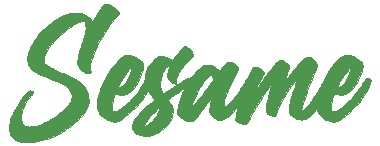
<source format=gbr>
%TF.GenerationSoftware,KiCad,Pcbnew,(5.1.9)-1*%
%TF.CreationDate,2021-04-17T11:21:21+02:00*%
%TF.ProjectId,switchplate,73776974-6368-4706-9c61-74652e6b6963,rev?*%
%TF.SameCoordinates,Original*%
%TF.FileFunction,Soldermask,Top*%
%TF.FilePolarity,Negative*%
%FSLAX46Y46*%
G04 Gerber Fmt 4.6, Leading zero omitted, Abs format (unit mm)*
G04 Created by KiCad (PCBNEW (5.1.9)-1) date 2021-04-17 11:21:21*
%MOMM*%
%LPD*%
G01*
G04 APERTURE LIST*
%ADD10C,0.010000*%
G04 APERTURE END LIST*
D10*
%TO.C,G\u002A\u002A\u002A*%
G36*
X318540193Y-159527410D02*
G01*
X318665628Y-159557530D01*
X318813324Y-159610643D01*
X318835056Y-159619572D01*
X318966211Y-159682341D01*
X319092965Y-159758270D01*
X319211588Y-159843787D01*
X319318354Y-159935318D01*
X319409533Y-160029291D01*
X319481398Y-160122134D01*
X319530220Y-160210275D01*
X319552272Y-160290141D01*
X319553166Y-160307671D01*
X319552136Y-160337239D01*
X319546725Y-160363036D01*
X319533454Y-160390105D01*
X319508846Y-160423487D01*
X319469422Y-160468223D01*
X319411702Y-160529353D01*
X319370939Y-160571746D01*
X319165869Y-160797943D01*
X318956655Y-161054650D01*
X318745150Y-161339047D01*
X318533209Y-161648311D01*
X318322684Y-161979621D01*
X318115428Y-162330156D01*
X317913294Y-162697096D01*
X317718137Y-163077618D01*
X317697744Y-163119023D01*
X317567982Y-163393048D01*
X317453199Y-163655039D01*
X317353775Y-163903451D01*
X317270088Y-164136741D01*
X317202517Y-164353364D01*
X317151440Y-164551778D01*
X317117237Y-164730438D01*
X317100285Y-164887801D01*
X317100963Y-165022322D01*
X317119651Y-165132460D01*
X317156726Y-165216669D01*
X317176816Y-165242776D01*
X317192420Y-165273668D01*
X317178969Y-165302447D01*
X317134725Y-165331232D01*
X317087699Y-165351304D01*
X316981509Y-165374472D01*
X316864936Y-165369554D01*
X316742222Y-165339008D01*
X316617604Y-165285295D01*
X316495324Y-165210876D01*
X316379620Y-165118211D01*
X316274732Y-165009760D01*
X316184899Y-164887984D01*
X316134145Y-164797950D01*
X316082433Y-164680809D01*
X316050079Y-164572252D01*
X316035306Y-164461328D01*
X316036340Y-164337084D01*
X316044532Y-164245026D01*
X316054922Y-164162183D01*
X316067951Y-164079844D01*
X316084649Y-163994131D01*
X316106045Y-163901165D01*
X316133169Y-163797069D01*
X316167050Y-163677963D01*
X316208719Y-163539969D01*
X316259203Y-163379209D01*
X316319533Y-163191804D01*
X316344278Y-163115790D01*
X316422390Y-162874576D01*
X316489742Y-162662168D01*
X316547069Y-162475516D01*
X316595102Y-162311567D01*
X316634575Y-162167272D01*
X316666222Y-162039579D01*
X316690775Y-161925437D01*
X316708967Y-161821795D01*
X316721532Y-161725602D01*
X316729202Y-161633807D01*
X316732711Y-161543359D01*
X316733134Y-161497434D01*
X316728582Y-161340889D01*
X316714135Y-161214972D01*
X316688841Y-161117647D01*
X316651748Y-161046877D01*
X316601906Y-161000627D01*
X316538361Y-160976860D01*
X316487808Y-160972501D01*
X316375578Y-160985226D01*
X316244107Y-161022210D01*
X316095799Y-161081661D01*
X315933058Y-161161791D01*
X315758286Y-161260808D01*
X315573886Y-161376923D01*
X315382263Y-161508346D01*
X315185820Y-161653286D01*
X314986959Y-161809954D01*
X314788084Y-161976559D01*
X314591599Y-162151312D01*
X314399906Y-162332423D01*
X314215410Y-162518101D01*
X314040513Y-162706556D01*
X313877619Y-162895999D01*
X313834923Y-162948432D01*
X313656896Y-163179388D01*
X313507516Y-163393968D01*
X313386278Y-163593034D01*
X313292678Y-163777448D01*
X313226211Y-163948071D01*
X313203257Y-164027443D01*
X313176802Y-164167294D01*
X313174353Y-164290552D01*
X313197606Y-164401158D01*
X313248258Y-164503058D01*
X313328005Y-164600193D01*
X313438544Y-164696507D01*
X313514904Y-164751811D01*
X313599050Y-164807511D01*
X313688565Y-164862322D01*
X313786461Y-164917695D01*
X313895755Y-164975083D01*
X314019458Y-165035935D01*
X314160586Y-165101702D01*
X314322153Y-165173836D01*
X314507172Y-165253787D01*
X314718657Y-165343006D01*
X314896500Y-165416895D01*
X315188444Y-165542069D01*
X315449652Y-165664036D01*
X315682874Y-165784650D01*
X315890860Y-165905768D01*
X316076360Y-166029244D01*
X316242123Y-166156936D01*
X316390901Y-166290698D01*
X316525442Y-166432386D01*
X316648496Y-166583855D01*
X316671179Y-166614403D01*
X316788333Y-166795629D01*
X316877941Y-166983424D01*
X316941407Y-167182420D01*
X316980137Y-167397247D01*
X316995537Y-167632536D01*
X316995939Y-167684552D01*
X316992020Y-167835456D01*
X316979503Y-167963382D01*
X316956589Y-168078532D01*
X316921479Y-168191104D01*
X316894435Y-168260157D01*
X316809209Y-168438665D01*
X316700482Y-168619951D01*
X316566458Y-168806460D01*
X316405339Y-169000642D01*
X316215328Y-169204944D01*
X316158679Y-169262318D01*
X315833061Y-169565725D01*
X315480513Y-169851785D01*
X315104289Y-170118504D01*
X314707644Y-170363888D01*
X314293835Y-170585942D01*
X313866116Y-170782674D01*
X313427744Y-170952088D01*
X313364033Y-170974082D01*
X312995182Y-171088079D01*
X312642788Y-171173458D01*
X312305518Y-171230419D01*
X311982040Y-171259163D01*
X311671020Y-171259889D01*
X311524084Y-171250195D01*
X311373188Y-171232641D01*
X311234971Y-171206611D01*
X311091159Y-171168445D01*
X311044166Y-171154074D01*
X310853980Y-171080151D01*
X310690776Y-170985828D01*
X310554171Y-170870656D01*
X310443782Y-170734188D01*
X310359227Y-170575974D01*
X310300121Y-170395568D01*
X310273148Y-170251967D01*
X310260845Y-170056621D01*
X310274109Y-169843056D01*
X310311766Y-169613832D01*
X310372638Y-169371508D01*
X310455549Y-169118642D01*
X310559323Y-168857794D01*
X310682785Y-168591523D01*
X310824757Y-168322388D01*
X310984064Y-168052948D01*
X311159530Y-167785762D01*
X311349978Y-167523389D01*
X311554232Y-167268388D01*
X311743207Y-167053483D01*
X311803820Y-166990422D01*
X311861765Y-166935226D01*
X311910587Y-166893729D01*
X311943837Y-166871763D01*
X311944568Y-166871449D01*
X312035688Y-166850720D01*
X312127792Y-166860788D01*
X312212769Y-166899832D01*
X312263379Y-166943114D01*
X312290761Y-166977128D01*
X312304101Y-167009222D01*
X312301483Y-167043777D01*
X312280994Y-167085174D01*
X312240722Y-167137794D01*
X312178752Y-167206019D01*
X312123562Y-167263234D01*
X311914670Y-167500838D01*
X311729116Y-167760816D01*
X311569276Y-168038941D01*
X311437524Y-168330986D01*
X311336236Y-168632727D01*
X311320149Y-168692678D01*
X311289821Y-168833156D01*
X311268979Y-168977812D01*
X311258273Y-169117859D01*
X311258351Y-169244510D01*
X311269861Y-169348979D01*
X311271188Y-169355601D01*
X311317997Y-169505457D01*
X311390766Y-169634725D01*
X311487600Y-169741520D01*
X311606610Y-169823958D01*
X311745903Y-169880154D01*
X311813950Y-169896238D01*
X311967192Y-169911645D01*
X312142932Y-169904744D01*
X312338767Y-169876178D01*
X312552293Y-169826590D01*
X312781104Y-169756625D01*
X313022798Y-169666924D01*
X313274969Y-169558132D01*
X313516433Y-169440568D01*
X313846021Y-169260576D01*
X314147093Y-169072775D01*
X314424737Y-168873546D01*
X314684044Y-168659269D01*
X314898793Y-168457685D01*
X315059371Y-168291556D01*
X315193294Y-168137839D01*
X315303457Y-167992400D01*
X315392757Y-167851106D01*
X315464089Y-167709826D01*
X315516269Y-167576501D01*
X315537084Y-167485930D01*
X315547247Y-167375522D01*
X315546912Y-167257535D01*
X315536228Y-167144229D01*
X315515350Y-167047864D01*
X315509501Y-167030422D01*
X315441194Y-166889620D01*
X315339724Y-166750608D01*
X315205772Y-166613990D01*
X315040022Y-166480374D01*
X314843155Y-166350363D01*
X314615854Y-166224564D01*
X314582167Y-166207584D01*
X314485061Y-166159914D01*
X314393738Y-166116925D01*
X314302204Y-166076116D01*
X314204464Y-166034984D01*
X314094523Y-165991029D01*
X313966389Y-165941748D01*
X313814066Y-165884642D01*
X313762177Y-165865395D01*
X313456638Y-165748663D01*
X313183002Y-165636291D01*
X312939718Y-165527373D01*
X312725233Y-165421006D01*
X312537996Y-165316284D01*
X312376455Y-165212302D01*
X312239058Y-165108155D01*
X312124254Y-165002939D01*
X312030490Y-164895748D01*
X311981852Y-164827303D01*
X311894815Y-164662855D01*
X311835795Y-164481455D01*
X311804942Y-164285394D01*
X311802406Y-164076966D01*
X311828338Y-163858463D01*
X311882887Y-163632176D01*
X311900094Y-163577450D01*
X311938107Y-163474872D01*
X311990742Y-163351455D01*
X312054202Y-163214783D01*
X312124692Y-163072438D01*
X312198417Y-162932003D01*
X312271582Y-162801062D01*
X312340391Y-162687197D01*
X312363365Y-162651845D01*
X312623513Y-162291477D01*
X312913027Y-161947949D01*
X313231867Y-161621306D01*
X313579992Y-161311592D01*
X313696284Y-161217089D01*
X313993543Y-160995953D01*
X314294141Y-160802276D01*
X314595858Y-160637168D01*
X314896476Y-160501739D01*
X315193777Y-160397098D01*
X315478393Y-160325764D01*
X315634169Y-160302360D01*
X315804673Y-160289640D01*
X315979239Y-160287598D01*
X316147200Y-160296232D01*
X316297887Y-160315538D01*
X316350172Y-160326073D01*
X316550859Y-160388887D01*
X316739827Y-160482304D01*
X316914150Y-160604222D01*
X317070902Y-160752537D01*
X317207155Y-160925148D01*
X317228117Y-160956832D01*
X317261063Y-161006241D01*
X317287022Y-161041982D01*
X317300687Y-161056776D01*
X317301033Y-161056840D01*
X317311973Y-161042876D01*
X317335410Y-161004923D01*
X317367854Y-160948845D01*
X317404225Y-160883421D01*
X317463023Y-160778708D01*
X317533667Y-160657607D01*
X317612711Y-160525632D01*
X317696709Y-160388294D01*
X317782214Y-160251108D01*
X317865781Y-160119587D01*
X317943962Y-159999245D01*
X318013313Y-159895593D01*
X318070386Y-159814147D01*
X318084947Y-159794402D01*
X318140395Y-159723092D01*
X318194686Y-159657851D01*
X318241704Y-159605754D01*
X318275331Y-159573878D01*
X318276161Y-159573238D01*
X318347590Y-159535440D01*
X318434890Y-159520106D01*
X318540193Y-159527410D01*
G37*
X318540193Y-159527410D02*
X318665628Y-159557530D01*
X318813324Y-159610643D01*
X318835056Y-159619572D01*
X318966211Y-159682341D01*
X319092965Y-159758270D01*
X319211588Y-159843787D01*
X319318354Y-159935318D01*
X319409533Y-160029291D01*
X319481398Y-160122134D01*
X319530220Y-160210275D01*
X319552272Y-160290141D01*
X319553166Y-160307671D01*
X319552136Y-160337239D01*
X319546725Y-160363036D01*
X319533454Y-160390105D01*
X319508846Y-160423487D01*
X319469422Y-160468223D01*
X319411702Y-160529353D01*
X319370939Y-160571746D01*
X319165869Y-160797943D01*
X318956655Y-161054650D01*
X318745150Y-161339047D01*
X318533209Y-161648311D01*
X318322684Y-161979621D01*
X318115428Y-162330156D01*
X317913294Y-162697096D01*
X317718137Y-163077618D01*
X317697744Y-163119023D01*
X317567982Y-163393048D01*
X317453199Y-163655039D01*
X317353775Y-163903451D01*
X317270088Y-164136741D01*
X317202517Y-164353364D01*
X317151440Y-164551778D01*
X317117237Y-164730438D01*
X317100285Y-164887801D01*
X317100963Y-165022322D01*
X317119651Y-165132460D01*
X317156726Y-165216669D01*
X317176816Y-165242776D01*
X317192420Y-165273668D01*
X317178969Y-165302447D01*
X317134725Y-165331232D01*
X317087699Y-165351304D01*
X316981509Y-165374472D01*
X316864936Y-165369554D01*
X316742222Y-165339008D01*
X316617604Y-165285295D01*
X316495324Y-165210876D01*
X316379620Y-165118211D01*
X316274732Y-165009760D01*
X316184899Y-164887984D01*
X316134145Y-164797950D01*
X316082433Y-164680809D01*
X316050079Y-164572252D01*
X316035306Y-164461328D01*
X316036340Y-164337084D01*
X316044532Y-164245026D01*
X316054922Y-164162183D01*
X316067951Y-164079844D01*
X316084649Y-163994131D01*
X316106045Y-163901165D01*
X316133169Y-163797069D01*
X316167050Y-163677963D01*
X316208719Y-163539969D01*
X316259203Y-163379209D01*
X316319533Y-163191804D01*
X316344278Y-163115790D01*
X316422390Y-162874576D01*
X316489742Y-162662168D01*
X316547069Y-162475516D01*
X316595102Y-162311567D01*
X316634575Y-162167272D01*
X316666222Y-162039579D01*
X316690775Y-161925437D01*
X316708967Y-161821795D01*
X316721532Y-161725602D01*
X316729202Y-161633807D01*
X316732711Y-161543359D01*
X316733134Y-161497434D01*
X316728582Y-161340889D01*
X316714135Y-161214972D01*
X316688841Y-161117647D01*
X316651748Y-161046877D01*
X316601906Y-161000627D01*
X316538361Y-160976860D01*
X316487808Y-160972501D01*
X316375578Y-160985226D01*
X316244107Y-161022210D01*
X316095799Y-161081661D01*
X315933058Y-161161791D01*
X315758286Y-161260808D01*
X315573886Y-161376923D01*
X315382263Y-161508346D01*
X315185820Y-161653286D01*
X314986959Y-161809954D01*
X314788084Y-161976559D01*
X314591599Y-162151312D01*
X314399906Y-162332423D01*
X314215410Y-162518101D01*
X314040513Y-162706556D01*
X313877619Y-162895999D01*
X313834923Y-162948432D01*
X313656896Y-163179388D01*
X313507516Y-163393968D01*
X313386278Y-163593034D01*
X313292678Y-163777448D01*
X313226211Y-163948071D01*
X313203257Y-164027443D01*
X313176802Y-164167294D01*
X313174353Y-164290552D01*
X313197606Y-164401158D01*
X313248258Y-164503058D01*
X313328005Y-164600193D01*
X313438544Y-164696507D01*
X313514904Y-164751811D01*
X313599050Y-164807511D01*
X313688565Y-164862322D01*
X313786461Y-164917695D01*
X313895755Y-164975083D01*
X314019458Y-165035935D01*
X314160586Y-165101702D01*
X314322153Y-165173836D01*
X314507172Y-165253787D01*
X314718657Y-165343006D01*
X314896500Y-165416895D01*
X315188444Y-165542069D01*
X315449652Y-165664036D01*
X315682874Y-165784650D01*
X315890860Y-165905768D01*
X316076360Y-166029244D01*
X316242123Y-166156936D01*
X316390901Y-166290698D01*
X316525442Y-166432386D01*
X316648496Y-166583855D01*
X316671179Y-166614403D01*
X316788333Y-166795629D01*
X316877941Y-166983424D01*
X316941407Y-167182420D01*
X316980137Y-167397247D01*
X316995537Y-167632536D01*
X316995939Y-167684552D01*
X316992020Y-167835456D01*
X316979503Y-167963382D01*
X316956589Y-168078532D01*
X316921479Y-168191104D01*
X316894435Y-168260157D01*
X316809209Y-168438665D01*
X316700482Y-168619951D01*
X316566458Y-168806460D01*
X316405339Y-169000642D01*
X316215328Y-169204944D01*
X316158679Y-169262318D01*
X315833061Y-169565725D01*
X315480513Y-169851785D01*
X315104289Y-170118504D01*
X314707644Y-170363888D01*
X314293835Y-170585942D01*
X313866116Y-170782674D01*
X313427744Y-170952088D01*
X313364033Y-170974082D01*
X312995182Y-171088079D01*
X312642788Y-171173458D01*
X312305518Y-171230419D01*
X311982040Y-171259163D01*
X311671020Y-171259889D01*
X311524084Y-171250195D01*
X311373188Y-171232641D01*
X311234971Y-171206611D01*
X311091159Y-171168445D01*
X311044166Y-171154074D01*
X310853980Y-171080151D01*
X310690776Y-170985828D01*
X310554171Y-170870656D01*
X310443782Y-170734188D01*
X310359227Y-170575974D01*
X310300121Y-170395568D01*
X310273148Y-170251967D01*
X310260845Y-170056621D01*
X310274109Y-169843056D01*
X310311766Y-169613832D01*
X310372638Y-169371508D01*
X310455549Y-169118642D01*
X310559323Y-168857794D01*
X310682785Y-168591523D01*
X310824757Y-168322388D01*
X310984064Y-168052948D01*
X311159530Y-167785762D01*
X311349978Y-167523389D01*
X311554232Y-167268388D01*
X311743207Y-167053483D01*
X311803820Y-166990422D01*
X311861765Y-166935226D01*
X311910587Y-166893729D01*
X311943837Y-166871763D01*
X311944568Y-166871449D01*
X312035688Y-166850720D01*
X312127792Y-166860788D01*
X312212769Y-166899832D01*
X312263379Y-166943114D01*
X312290761Y-166977128D01*
X312304101Y-167009222D01*
X312301483Y-167043777D01*
X312280994Y-167085174D01*
X312240722Y-167137794D01*
X312178752Y-167206019D01*
X312123562Y-167263234D01*
X311914670Y-167500838D01*
X311729116Y-167760816D01*
X311569276Y-168038941D01*
X311437524Y-168330986D01*
X311336236Y-168632727D01*
X311320149Y-168692678D01*
X311289821Y-168833156D01*
X311268979Y-168977812D01*
X311258273Y-169117859D01*
X311258351Y-169244510D01*
X311269861Y-169348979D01*
X311271188Y-169355601D01*
X311317997Y-169505457D01*
X311390766Y-169634725D01*
X311487600Y-169741520D01*
X311606610Y-169823958D01*
X311745903Y-169880154D01*
X311813950Y-169896238D01*
X311967192Y-169911645D01*
X312142932Y-169904744D01*
X312338767Y-169876178D01*
X312552293Y-169826590D01*
X312781104Y-169756625D01*
X313022798Y-169666924D01*
X313274969Y-169558132D01*
X313516433Y-169440568D01*
X313846021Y-169260576D01*
X314147093Y-169072775D01*
X314424737Y-168873546D01*
X314684044Y-168659269D01*
X314898793Y-168457685D01*
X315059371Y-168291556D01*
X315193294Y-168137839D01*
X315303457Y-167992400D01*
X315392757Y-167851106D01*
X315464089Y-167709826D01*
X315516269Y-167576501D01*
X315537084Y-167485930D01*
X315547247Y-167375522D01*
X315546912Y-167257535D01*
X315536228Y-167144229D01*
X315515350Y-167047864D01*
X315509501Y-167030422D01*
X315441194Y-166889620D01*
X315339724Y-166750608D01*
X315205772Y-166613990D01*
X315040022Y-166480374D01*
X314843155Y-166350363D01*
X314615854Y-166224564D01*
X314582167Y-166207584D01*
X314485061Y-166159914D01*
X314393738Y-166116925D01*
X314302204Y-166076116D01*
X314204464Y-166034984D01*
X314094523Y-165991029D01*
X313966389Y-165941748D01*
X313814066Y-165884642D01*
X313762177Y-165865395D01*
X313456638Y-165748663D01*
X313183002Y-165636291D01*
X312939718Y-165527373D01*
X312725233Y-165421006D01*
X312537996Y-165316284D01*
X312376455Y-165212302D01*
X312239058Y-165108155D01*
X312124254Y-165002939D01*
X312030490Y-164895748D01*
X311981852Y-164827303D01*
X311894815Y-164662855D01*
X311835795Y-164481455D01*
X311804942Y-164285394D01*
X311802406Y-164076966D01*
X311828338Y-163858463D01*
X311882887Y-163632176D01*
X311900094Y-163577450D01*
X311938107Y-163474872D01*
X311990742Y-163351455D01*
X312054202Y-163214783D01*
X312124692Y-163072438D01*
X312198417Y-162932003D01*
X312271582Y-162801062D01*
X312340391Y-162687197D01*
X312363365Y-162651845D01*
X312623513Y-162291477D01*
X312913027Y-161947949D01*
X313231867Y-161621306D01*
X313579992Y-161311592D01*
X313696284Y-161217089D01*
X313993543Y-160995953D01*
X314294141Y-160802276D01*
X314595858Y-160637168D01*
X314896476Y-160501739D01*
X315193777Y-160397098D01*
X315478393Y-160325764D01*
X315634169Y-160302360D01*
X315804673Y-160289640D01*
X315979239Y-160287598D01*
X316147200Y-160296232D01*
X316297887Y-160315538D01*
X316350172Y-160326073D01*
X316550859Y-160388887D01*
X316739827Y-160482304D01*
X316914150Y-160604222D01*
X317070902Y-160752537D01*
X317207155Y-160925148D01*
X317228117Y-160956832D01*
X317261063Y-161006241D01*
X317287022Y-161041982D01*
X317300687Y-161056776D01*
X317301033Y-161056840D01*
X317311973Y-161042876D01*
X317335410Y-161004923D01*
X317367854Y-160948845D01*
X317404225Y-160883421D01*
X317463023Y-160778708D01*
X317533667Y-160657607D01*
X317612711Y-160525632D01*
X317696709Y-160388294D01*
X317782214Y-160251108D01*
X317865781Y-160119587D01*
X317943962Y-159999245D01*
X318013313Y-159895593D01*
X318070386Y-159814147D01*
X318084947Y-159794402D01*
X318140395Y-159723092D01*
X318194686Y-159657851D01*
X318241704Y-159605754D01*
X318275331Y-159573878D01*
X318276161Y-159573238D01*
X318347590Y-159535440D01*
X318434890Y-159520106D01*
X318540193Y-159527410D01*
G36*
X325167484Y-163106038D02*
G01*
X325235288Y-163112414D01*
X325296082Y-163135297D01*
X325333599Y-163157171D01*
X325436741Y-163233135D01*
X325537429Y-163326578D01*
X325631229Y-163431578D01*
X325713705Y-163542212D01*
X325780419Y-163652560D01*
X325826938Y-163756699D01*
X325848374Y-163844404D01*
X325851086Y-163874182D01*
X325849405Y-163899061D01*
X325839969Y-163923198D01*
X325819417Y-163950752D01*
X325784387Y-163985879D01*
X325731518Y-164032738D01*
X325657449Y-164095486D01*
X325619919Y-164126984D01*
X325511137Y-164225505D01*
X325390005Y-164347889D01*
X325261151Y-164488696D01*
X325129203Y-164642487D01*
X324998789Y-164803820D01*
X324874536Y-164967255D01*
X324761072Y-165127354D01*
X324731711Y-165171077D01*
X324660017Y-165285300D01*
X324588990Y-165409413D01*
X324522063Y-165536485D01*
X324462667Y-165659583D01*
X324414236Y-165771776D01*
X324380201Y-165866133D01*
X324370703Y-165900088D01*
X324351228Y-166026142D01*
X324353615Y-166148057D01*
X324371264Y-166234534D01*
X324375790Y-166257911D01*
X324365033Y-166269050D01*
X324331413Y-166272441D01*
X324306902Y-166272634D01*
X324248581Y-166265783D01*
X324179589Y-166243471D01*
X324095062Y-166204751D01*
X323957280Y-166117647D01*
X323835606Y-166004438D01*
X323736246Y-165871405D01*
X323699196Y-165804172D01*
X323669774Y-165740592D01*
X323652994Y-165689583D01*
X323645671Y-165636452D01*
X323644620Y-165566507D01*
X323644812Y-165553319D01*
X323657652Y-165414928D01*
X323690955Y-165256955D01*
X323743168Y-165085551D01*
X323800836Y-164934901D01*
X323830603Y-164862527D01*
X323848015Y-164815473D01*
X323854269Y-164788020D01*
X323850563Y-164774452D01*
X323838093Y-164769050D01*
X323835650Y-164768609D01*
X323794284Y-164773456D01*
X323735640Y-164794880D01*
X323668898Y-164828319D01*
X323603238Y-164869209D01*
X323551043Y-164910061D01*
X323490939Y-164974156D01*
X323424432Y-165061268D01*
X323357167Y-165162759D01*
X323294787Y-165269994D01*
X323242934Y-165374336D01*
X323233535Y-165395962D01*
X323172273Y-165563503D01*
X323120605Y-165749079D01*
X323082622Y-165937309D01*
X323074054Y-165995385D01*
X323065535Y-166088948D01*
X323061555Y-166200242D01*
X323061819Y-166320614D01*
X323066034Y-166441408D01*
X323073903Y-166553970D01*
X323085133Y-166649647D01*
X323098628Y-166716951D01*
X323128915Y-166807044D01*
X323169846Y-166902918D01*
X323215897Y-166993147D01*
X323261541Y-167066307D01*
X323277835Y-167087501D01*
X323323449Y-167142139D01*
X323652341Y-166918058D01*
X323771207Y-166836893D01*
X323904395Y-166745654D01*
X324041360Y-166651584D01*
X324171555Y-166561925D01*
X324284436Y-166483919D01*
X324286033Y-166482813D01*
X324501030Y-166337365D01*
X324707067Y-166204887D01*
X324901746Y-166086687D01*
X325082672Y-165984072D01*
X325247449Y-165898348D01*
X325393682Y-165830821D01*
X325518974Y-165782799D01*
X325618758Y-165755989D01*
X325654094Y-165744779D01*
X325686993Y-165721621D01*
X325724605Y-165680316D01*
X325761016Y-165632597D01*
X325857660Y-165507005D01*
X325965133Y-165377749D01*
X326078913Y-165249521D01*
X326194477Y-165127012D01*
X326307303Y-165014912D01*
X326412870Y-164917914D01*
X326506655Y-164840708D01*
X326562345Y-164801293D01*
X326710377Y-164723139D01*
X326862154Y-164677328D01*
X327018508Y-164663935D01*
X327180268Y-164683036D01*
X327348266Y-164734708D01*
X327523332Y-164819027D01*
X327657217Y-164902013D01*
X327735345Y-164953951D01*
X327825857Y-165012949D01*
X327912299Y-165068307D01*
X327933467Y-165081657D01*
X328077653Y-165172186D01*
X328112243Y-165131399D01*
X328135857Y-165103042D01*
X328175552Y-165054836D01*
X328226048Y-164993213D01*
X328282065Y-164924603D01*
X328289573Y-164915389D01*
X328407952Y-164772131D01*
X328508711Y-164654581D01*
X328591406Y-164563229D01*
X328655593Y-164498561D01*
X328700830Y-164461065D01*
X328705229Y-164458253D01*
X328775798Y-164432729D01*
X328866939Y-164426236D01*
X328971997Y-164437665D01*
X329084317Y-164465908D01*
X329197244Y-164509855D01*
X329281366Y-164554262D01*
X329362767Y-164610179D01*
X329444693Y-164678774D01*
X329519352Y-164752451D01*
X329578955Y-164823612D01*
X329612104Y-164876747D01*
X329633454Y-164926332D01*
X329645303Y-164972306D01*
X329646354Y-165019553D01*
X329635307Y-165072957D01*
X329610864Y-165137401D01*
X329571725Y-165217770D01*
X329516592Y-165318947D01*
X329475051Y-165392100D01*
X329394716Y-165535838D01*
X329307088Y-165698736D01*
X329215303Y-165874500D01*
X329122499Y-166056836D01*
X329031811Y-166239450D01*
X328946378Y-166416048D01*
X328869336Y-166580335D01*
X328803823Y-166726018D01*
X328766113Y-166814500D01*
X328683764Y-167021732D01*
X328608471Y-167226740D01*
X328543063Y-167421359D01*
X328490371Y-167597421D01*
X328475572Y-167652701D01*
X328457102Y-167740400D01*
X328443824Y-167836059D01*
X328435983Y-167932429D01*
X328433822Y-168022259D01*
X328437588Y-168098301D01*
X328447524Y-168153305D01*
X328457940Y-168175003D01*
X328499235Y-168200206D01*
X328556741Y-168197783D01*
X328628959Y-168168974D01*
X328714389Y-168115020D01*
X328811533Y-168037161D01*
X328918890Y-167936639D01*
X329034963Y-167814694D01*
X329158251Y-167672567D01*
X329287257Y-167511498D01*
X329334520Y-167449501D01*
X329476581Y-167255575D01*
X329554124Y-167144701D01*
X330949300Y-167144701D01*
X330957766Y-167153167D01*
X330966233Y-167144701D01*
X330957766Y-167136234D01*
X330949300Y-167144701D01*
X329554124Y-167144701D01*
X329624684Y-167043813D01*
X329775375Y-166819723D01*
X329925203Y-166588815D01*
X330070713Y-166356596D01*
X330208453Y-166128577D01*
X330334970Y-165910266D01*
X330446811Y-165707171D01*
X330539165Y-165527567D01*
X330633479Y-165341233D01*
X330717732Y-165186462D01*
X330791840Y-165063383D01*
X330855720Y-164972129D01*
X330909286Y-164912829D01*
X330949640Y-164886519D01*
X331009507Y-164871486D01*
X331072149Y-164869771D01*
X331146879Y-164882040D01*
X331237199Y-164907148D01*
X331405702Y-164971699D01*
X331555944Y-165056903D01*
X331699227Y-165169182D01*
X331700876Y-165170653D01*
X331745839Y-165218315D01*
X331788819Y-165276304D01*
X331823595Y-165334766D01*
X331843945Y-165383847D01*
X331846766Y-165401744D01*
X331837569Y-165431418D01*
X331812913Y-165480256D01*
X331777197Y-165539992D01*
X331756139Y-165571995D01*
X331706224Y-165649376D01*
X331644751Y-165750866D01*
X331575191Y-165870227D01*
X331501017Y-166001219D01*
X331425703Y-166137605D01*
X331352721Y-166273145D01*
X331285545Y-166401602D01*
X331227648Y-166516736D01*
X331210552Y-166552034D01*
X331164263Y-166650427D01*
X331118606Y-166750449D01*
X331075650Y-166847242D01*
X331037462Y-166935945D01*
X331006113Y-167011698D01*
X330983670Y-167069643D01*
X330972202Y-167104920D01*
X330971595Y-167113374D01*
X330982262Y-167102047D01*
X331007670Y-167066933D01*
X331044477Y-167012881D01*
X331089340Y-166944740D01*
X331110581Y-166911836D01*
X331198751Y-166775567D01*
X331297084Y-166625509D01*
X331402783Y-166465788D01*
X331513051Y-166300532D01*
X331625093Y-166133865D01*
X331736111Y-165969915D01*
X331843310Y-165812807D01*
X331943893Y-165666668D01*
X332035063Y-165535625D01*
X332114025Y-165423803D01*
X332177980Y-165335329D01*
X332190099Y-165318951D01*
X332263675Y-165219851D01*
X332340398Y-165116116D01*
X332414235Y-165015932D01*
X332479149Y-164927489D01*
X332524099Y-164865870D01*
X332598136Y-164768805D01*
X332679431Y-164670558D01*
X332763478Y-164575854D01*
X332845770Y-164489421D01*
X332921800Y-164415987D01*
X332987061Y-164360276D01*
X333037047Y-164327017D01*
X333038616Y-164326245D01*
X333137733Y-164296226D01*
X333250789Y-164292740D01*
X333372820Y-164314215D01*
X333498862Y-164359082D01*
X333623954Y-164425772D01*
X333743131Y-164512714D01*
X333804149Y-164568387D01*
X333876642Y-164644334D01*
X333924627Y-164708376D01*
X333950864Y-164768694D01*
X333958113Y-164833470D01*
X333949134Y-164910885D01*
X333937707Y-164964252D01*
X333916232Y-165042776D01*
X333886420Y-165135489D01*
X333853750Y-165225660D01*
X333844360Y-165249347D01*
X333816489Y-165322152D01*
X333782739Y-165416828D01*
X333746772Y-165522749D01*
X333712251Y-165629291D01*
X333701356Y-165664214D01*
X333670945Y-165761977D01*
X333641022Y-165856658D01*
X333614290Y-165939804D01*
X333593455Y-166002963D01*
X333586491Y-166023273D01*
X333569709Y-166075886D01*
X333560507Y-166114515D01*
X333560436Y-166129281D01*
X333572991Y-166120023D01*
X333599962Y-166088392D01*
X333636734Y-166040030D01*
X333660219Y-166007272D01*
X333743695Y-165890688D01*
X333842235Y-165756673D01*
X333951710Y-165610566D01*
X334067994Y-165457706D01*
X334186957Y-165303429D01*
X334304473Y-165153074D01*
X334416412Y-165011980D01*
X334518649Y-164885484D01*
X334607054Y-164778924D01*
X334639379Y-164741036D01*
X334784661Y-164578035D01*
X334925472Y-164430617D01*
X335059185Y-164301175D01*
X335183171Y-164192100D01*
X335294803Y-164105783D01*
X335391454Y-164044617D01*
X335420659Y-164029870D01*
X335538417Y-163991769D01*
X335656044Y-163987435D01*
X335774406Y-164016888D01*
X335821980Y-164038049D01*
X335897016Y-164085378D01*
X335981690Y-164154593D01*
X336068804Y-164238195D01*
X336151158Y-164328684D01*
X336221551Y-164418563D01*
X336272784Y-164500333D01*
X336280201Y-164515273D01*
X336313544Y-164593125D01*
X336334767Y-164663536D01*
X336343140Y-164732025D01*
X336337935Y-164804109D01*
X336318423Y-164885307D01*
X336283874Y-164981135D01*
X336233559Y-165097111D01*
X336191395Y-165187300D01*
X336100736Y-165384055D01*
X336002931Y-165607542D01*
X335900075Y-165852257D01*
X335794264Y-166112694D01*
X335687594Y-166383350D01*
X335582159Y-166658718D01*
X335480055Y-166933295D01*
X335383379Y-167201576D01*
X335294225Y-167458055D01*
X335214688Y-167697229D01*
X335146865Y-167913592D01*
X335123331Y-167993048D01*
X335097446Y-168086387D01*
X335072181Y-168184982D01*
X335048760Y-168283132D01*
X335028409Y-168375137D01*
X335012354Y-168455295D01*
X335001819Y-168517903D01*
X334998031Y-168557262D01*
X334999817Y-168567729D01*
X335015195Y-168561384D01*
X335051721Y-168539992D01*
X335102587Y-168507620D01*
X335123445Y-168493831D01*
X335215452Y-168425251D01*
X335320169Y-168335271D01*
X335431074Y-168230365D01*
X335541640Y-168117006D01*
X335645345Y-168001670D01*
X335735663Y-167890829D01*
X335749265Y-167872834D01*
X335828676Y-167763032D01*
X335917547Y-167634291D01*
X336013171Y-167491005D01*
X336112839Y-167337570D01*
X336213844Y-167178378D01*
X336313478Y-167017827D01*
X336409032Y-166860309D01*
X336497799Y-166710219D01*
X336577071Y-166571953D01*
X336595909Y-166537672D01*
X338051476Y-166537672D01*
X338074120Y-166553014D01*
X338119872Y-166555261D01*
X338181048Y-166545414D01*
X338249962Y-166524478D01*
X338293921Y-166506032D01*
X338390315Y-166446466D01*
X338491376Y-166357898D01*
X338594071Y-166244308D01*
X338695370Y-166109676D01*
X338792242Y-165957981D01*
X338881657Y-165793202D01*
X338950149Y-165644372D01*
X338988466Y-165546119D01*
X339028763Y-165429797D01*
X339068135Y-165305074D01*
X339103679Y-165181618D01*
X339132491Y-165069097D01*
X339151668Y-164977179D01*
X339153060Y-164968767D01*
X339165248Y-164892567D01*
X339061193Y-164994167D01*
X338991099Y-165067803D01*
X338912281Y-165159577D01*
X338826842Y-165266269D01*
X338736890Y-165384660D01*
X338644531Y-165511532D01*
X338551869Y-165643664D01*
X338461011Y-165777839D01*
X338374063Y-165910836D01*
X338293131Y-166039437D01*
X338220320Y-166160422D01*
X338157737Y-166270573D01*
X338107486Y-166366670D01*
X338071675Y-166445495D01*
X338052409Y-166503827D01*
X338051476Y-166537672D01*
X336595909Y-166537672D01*
X336644140Y-166449905D01*
X336696297Y-166348470D01*
X336720463Y-166296713D01*
X336882085Y-165953439D01*
X337059891Y-165620422D01*
X337251165Y-165301752D01*
X337453192Y-165001520D01*
X337663253Y-164723816D01*
X337878632Y-164472730D01*
X338046603Y-164299901D01*
X338209378Y-164150271D01*
X338359846Y-164029945D01*
X338500919Y-163937975D01*
X338635509Y-163873409D01*
X338766529Y-163835298D01*
X338896890Y-163822692D01*
X339029505Y-163834640D01*
X339167285Y-163870194D01*
X339258645Y-163904533D01*
X339324620Y-163935285D01*
X339409140Y-163979581D01*
X339506368Y-164033871D01*
X339610465Y-164094603D01*
X339715593Y-164158225D01*
X339815915Y-164221185D01*
X339905593Y-164279933D01*
X339978790Y-164330916D01*
X340029667Y-164370583D01*
X340039614Y-164379657D01*
X340102908Y-164449872D01*
X340148927Y-164523615D01*
X340178021Y-164605000D01*
X340190540Y-164698140D01*
X340186834Y-164807150D01*
X340167251Y-164936144D01*
X340132143Y-165089235D01*
X340107671Y-165180434D01*
X340026362Y-165436328D01*
X339925953Y-165692296D01*
X339809333Y-165943229D01*
X339679387Y-166184019D01*
X339539005Y-166409555D01*
X339391072Y-166614728D01*
X339238476Y-166794431D01*
X339139200Y-166894182D01*
X338976680Y-167025464D01*
X338804812Y-167124667D01*
X338625014Y-167191477D01*
X338438700Y-167225577D01*
X338247289Y-167226653D01*
X338052196Y-167194387D01*
X337940690Y-167161233D01*
X337879385Y-167140301D01*
X337830238Y-167123922D01*
X337802254Y-167115087D01*
X337799976Y-167114485D01*
X337784929Y-167127496D01*
X337762721Y-167168339D01*
X337735257Y-167232215D01*
X337704443Y-167314325D01*
X337672187Y-167409873D01*
X337640395Y-167514059D01*
X337638180Y-167521745D01*
X337577813Y-167762192D01*
X337536627Y-167993862D01*
X337515782Y-168209633D01*
X337513419Y-168287701D01*
X337515970Y-168406296D01*
X337527628Y-168495364D01*
X337550603Y-168558534D01*
X337587103Y-168599435D01*
X337639341Y-168621698D01*
X337709525Y-168628951D01*
X337721234Y-168628973D01*
X337823613Y-168614261D01*
X337942476Y-168572627D01*
X338076017Y-168505654D01*
X338222431Y-168414923D01*
X338379909Y-168302015D01*
X338546648Y-168168513D01*
X338720840Y-168015999D01*
X338900680Y-167846052D01*
X339084360Y-167660257D01*
X339270076Y-167460193D01*
X339456022Y-167247443D01*
X339640390Y-167023589D01*
X339821374Y-166790211D01*
X339822209Y-166789100D01*
X339980182Y-166571666D01*
X340118829Y-166364321D01*
X340245314Y-166156053D01*
X340317782Y-166027100D01*
X340369753Y-165932831D01*
X340409466Y-165864333D01*
X340440625Y-165817509D01*
X340466936Y-165788261D01*
X340492102Y-165772492D01*
X340519827Y-165766105D01*
X340553818Y-165765001D01*
X340554733Y-165765006D01*
X340644360Y-165778514D01*
X340727094Y-165814628D01*
X340796634Y-165868138D01*
X340846678Y-165933837D01*
X340870925Y-166006515D01*
X340872233Y-166027436D01*
X340864946Y-166078429D01*
X340844335Y-166154546D01*
X340812278Y-166250645D01*
X340770651Y-166361586D01*
X340721331Y-166482228D01*
X340666193Y-166607430D01*
X340639599Y-166664705D01*
X340481316Y-166969088D01*
X340293487Y-167276845D01*
X340079626Y-167583999D01*
X339843246Y-167886573D01*
X339587860Y-168180590D01*
X339316983Y-168462071D01*
X339034126Y-168727041D01*
X338742805Y-168971522D01*
X338446531Y-169191537D01*
X338349166Y-169257504D01*
X338205550Y-169348515D01*
X338080610Y-169417482D01*
X337968411Y-169465625D01*
X337863017Y-169494161D01*
X337758491Y-169504312D01*
X337648899Y-169497297D01*
X337528304Y-169474335D01*
X337426173Y-169447122D01*
X337274248Y-169393791D01*
X337117935Y-169322073D01*
X336962926Y-169235866D01*
X336814913Y-169139062D01*
X336679588Y-169035558D01*
X336562644Y-168929249D01*
X336469771Y-168824030D01*
X336429021Y-168764778D01*
X336382044Y-168673385D01*
X336338255Y-168562832D01*
X336303160Y-168447744D01*
X336292381Y-168401778D01*
X336287222Y-168384147D01*
X336278931Y-168378482D01*
X336264050Y-168387918D01*
X336239121Y-168415593D01*
X336200685Y-168464643D01*
X336152343Y-168528778D01*
X336051542Y-168655518D01*
X335940234Y-168781917D01*
X335823282Y-168903362D01*
X335705548Y-169015237D01*
X335591895Y-169112928D01*
X335487187Y-169191820D01*
X335396286Y-169247298D01*
X335393909Y-169248510D01*
X335284328Y-169289170D01*
X335154207Y-169313431D01*
X335012925Y-169320767D01*
X334869858Y-169310649D01*
X334743446Y-169285119D01*
X334624028Y-169246134D01*
X334501247Y-169195648D01*
X334381306Y-169137136D01*
X334270406Y-169074078D01*
X334174750Y-169009950D01*
X334100539Y-168948231D01*
X334060112Y-168901961D01*
X334023618Y-168843490D01*
X333998756Y-168787157D01*
X333982746Y-168723073D01*
X333972807Y-168641347D01*
X333968369Y-168575567D01*
X333966902Y-168447469D01*
X333976251Y-168303763D01*
X333996864Y-168142025D01*
X334029188Y-167959830D01*
X334073673Y-167754754D01*
X334130766Y-167524375D01*
X334200916Y-167266267D01*
X334228268Y-167170211D01*
X334297260Y-166935975D01*
X334362617Y-166726679D01*
X334427229Y-166534031D01*
X334493989Y-166349742D01*
X334565790Y-166165518D01*
X334645522Y-165973069D01*
X334647324Y-165968829D01*
X334708094Y-165825890D01*
X334638520Y-165892629D01*
X334603876Y-165928303D01*
X334552934Y-165983920D01*
X334491102Y-166053425D01*
X334423789Y-166130765D01*
X334379716Y-166182301D01*
X334157259Y-166460928D01*
X333937304Y-166768708D01*
X333722585Y-167100927D01*
X333515834Y-167452872D01*
X333319787Y-167819829D01*
X333137175Y-168197086D01*
X332970732Y-168579930D01*
X332928524Y-168684642D01*
X332892581Y-168773002D01*
X332858760Y-168851859D01*
X332829843Y-168915038D01*
X332808610Y-168956366D01*
X332800866Y-168967944D01*
X332753019Y-168997443D01*
X332682335Y-169010952D01*
X332595041Y-169009867D01*
X332497362Y-168995582D01*
X332395526Y-168969493D01*
X332295760Y-168932996D01*
X332204289Y-168887485D01*
X332127340Y-168834357D01*
X332102096Y-168811358D01*
X332058022Y-168757704D01*
X332019197Y-168695017D01*
X332011064Y-168678195D01*
X331995487Y-168631309D01*
X331986480Y-168573664D01*
X331984375Y-168502596D01*
X331989505Y-168415444D01*
X332002201Y-168309545D01*
X332022794Y-168182237D01*
X332051618Y-168030858D01*
X332089002Y-167852746D01*
X332135280Y-167645238D01*
X332145190Y-167601901D01*
X332194516Y-167389657D01*
X332243486Y-167184170D01*
X332291047Y-166989603D01*
X332336148Y-166810120D01*
X332377736Y-166649887D01*
X332414761Y-166513067D01*
X332446171Y-166403825D01*
X332455219Y-166374234D01*
X332505403Y-166213367D01*
X332462393Y-166264167D01*
X332374590Y-166372082D01*
X332280851Y-166495740D01*
X332179585Y-166637482D01*
X332069200Y-166799651D01*
X331948105Y-166984591D01*
X331814710Y-167194643D01*
X331667423Y-167432150D01*
X331651583Y-167457967D01*
X331473865Y-167749188D01*
X331312389Y-168016666D01*
X331164597Y-168264824D01*
X331027927Y-168498086D01*
X330899820Y-168720875D01*
X330777716Y-168937616D01*
X330659053Y-169152731D01*
X330541272Y-169370645D01*
X330501802Y-169444602D01*
X330450034Y-169537440D01*
X330405556Y-169603923D01*
X330362732Y-169649002D01*
X330315929Y-169677627D01*
X330259515Y-169694747D01*
X330207735Y-169702987D01*
X330112499Y-169703598D01*
X330002150Y-169686183D01*
X329884319Y-169653779D01*
X329766633Y-169609423D01*
X329656723Y-169556153D01*
X329562216Y-169497006D01*
X329490743Y-169435018D01*
X329469608Y-169409122D01*
X329440033Y-169361102D01*
X329425971Y-169315670D01*
X329422799Y-169256313D01*
X329423030Y-169242798D01*
X329427584Y-169175827D01*
X329438131Y-169082686D01*
X329453563Y-168970319D01*
X329472774Y-168845670D01*
X329494655Y-168715684D01*
X329518100Y-168587304D01*
X329542001Y-168467474D01*
X329559121Y-168389301D01*
X329607751Y-168177634D01*
X329563092Y-168235976D01*
X329385313Y-168457896D01*
X329208525Y-168658383D01*
X329034391Y-168836053D01*
X328864569Y-168989521D01*
X328700720Y-169117403D01*
X328544504Y-169218312D01*
X328397581Y-169290866D01*
X328261612Y-169333679D01*
X328242538Y-169337401D01*
X328098661Y-169346667D01*
X327949482Y-169326493D01*
X327800205Y-169279635D01*
X327656029Y-169208850D01*
X327522156Y-169116894D01*
X327403787Y-169006524D01*
X327306124Y-168880497D01*
X327272337Y-168823197D01*
X327246462Y-168772078D01*
X327229579Y-168727771D01*
X327219334Y-168679757D01*
X327213374Y-168617516D01*
X327209854Y-168543904D01*
X327212305Y-168391487D01*
X327230786Y-168215633D01*
X327265551Y-168014831D01*
X327316857Y-167787567D01*
X327374821Y-167568312D01*
X327391492Y-167507870D01*
X327399001Y-167475542D01*
X327397328Y-167466836D01*
X327386453Y-167477257D01*
X327374476Y-167492112D01*
X327356765Y-167515087D01*
X327321224Y-167561758D01*
X327270397Y-167628766D01*
X327206824Y-167712753D01*
X327133050Y-167810359D01*
X327051616Y-167918227D01*
X326970915Y-168025234D01*
X326876493Y-168149948D01*
X326780032Y-168276357D01*
X326685492Y-168399341D01*
X326596831Y-168513784D01*
X326518009Y-168614566D01*
X326452985Y-168696568D01*
X326420765Y-168736434D01*
X326328042Y-168847507D01*
X326232497Y-168957763D01*
X326137516Y-169063640D01*
X326046487Y-169161572D01*
X325962797Y-169247997D01*
X325889833Y-169319352D01*
X325830982Y-169372072D01*
X325789632Y-169402594D01*
X325785344Y-169404937D01*
X325684488Y-169438883D01*
X325565031Y-169450037D01*
X325431856Y-169440009D01*
X325289847Y-169410410D01*
X325143887Y-169362852D01*
X324998859Y-169298944D01*
X324859646Y-169220297D01*
X324731130Y-169128521D01*
X324618196Y-169025228D01*
X324610986Y-169017592D01*
X324547513Y-168942109D01*
X324507900Y-168872272D01*
X324487289Y-168795781D01*
X324480823Y-168700333D01*
X324480766Y-168687860D01*
X324490415Y-168519230D01*
X324518666Y-168326515D01*
X324556342Y-168151101D01*
X325738662Y-168151101D01*
X325788537Y-168115587D01*
X325815887Y-168091712D01*
X325861040Y-168047351D01*
X325919300Y-167987328D01*
X325985971Y-167916473D01*
X326047451Y-167849454D01*
X326156214Y-167727320D01*
X326271978Y-167593442D01*
X326392737Y-167450424D01*
X326516484Y-167300872D01*
X326641213Y-167147393D01*
X326764916Y-166992592D01*
X326885589Y-166839075D01*
X327001223Y-166689447D01*
X327109814Y-166546315D01*
X327209354Y-166412284D01*
X327297837Y-166289960D01*
X327373256Y-166181949D01*
X327433606Y-166090857D01*
X327476879Y-166019289D01*
X327501069Y-165969852D01*
X327505027Y-165956469D01*
X327511114Y-165871961D01*
X327501694Y-165780951D01*
X327479368Y-165692001D01*
X327446739Y-165613676D01*
X327406410Y-165554537D01*
X327375193Y-165529251D01*
X327338566Y-165514660D01*
X327301663Y-165513942D01*
X327260321Y-165529452D01*
X327210375Y-165563544D01*
X327147661Y-165618574D01*
X327068012Y-165696895D01*
X327054633Y-165710506D01*
X326921589Y-165853194D01*
X326797661Y-166001493D01*
X326677301Y-166162684D01*
X326554960Y-166344048D01*
X326474636Y-166471509D01*
X326363346Y-166658731D01*
X326255340Y-166853169D01*
X326152582Y-167050487D01*
X326057035Y-167246347D01*
X325970663Y-167436412D01*
X325895429Y-167616345D01*
X325833297Y-167781810D01*
X325786230Y-167928470D01*
X325756191Y-168051987D01*
X325754223Y-168062768D01*
X325738662Y-168151101D01*
X324556342Y-168151101D01*
X324564479Y-168113219D01*
X324626812Y-167882845D01*
X324704625Y-167638897D01*
X324796877Y-167384878D01*
X324902526Y-167124291D01*
X325020532Y-166860639D01*
X325029295Y-166842017D01*
X325064536Y-166766944D01*
X325093854Y-166703670D01*
X325114555Y-166658067D01*
X325123948Y-166636009D01*
X325124233Y-166634942D01*
X325110891Y-166641560D01*
X325074098Y-166663756D01*
X325018704Y-166698506D01*
X324949559Y-166742788D01*
X324908333Y-166769520D01*
X324771510Y-166859944D01*
X324629964Y-166955928D01*
X324487385Y-167054779D01*
X324347462Y-167153804D01*
X324213883Y-167250310D01*
X324090338Y-167341604D01*
X323980515Y-167424993D01*
X323888103Y-167497783D01*
X323816790Y-167557282D01*
X323771658Y-167599343D01*
X323714484Y-167658731D01*
X323836858Y-167839480D01*
X323938951Y-168000169D01*
X324016345Y-168146303D01*
X324071082Y-168284105D01*
X324105207Y-168419799D01*
X324120764Y-168559608D01*
X324120190Y-168702228D01*
X324094601Y-168915781D01*
X324039090Y-169122657D01*
X323952823Y-169324575D01*
X323834966Y-169523252D01*
X323684688Y-169720408D01*
X323559743Y-169858445D01*
X323362528Y-170048786D01*
X323159205Y-170217509D01*
X322953388Y-170362167D01*
X322748688Y-170480315D01*
X322548718Y-170569507D01*
X322468606Y-170597242D01*
X322274136Y-170646518D01*
X322065164Y-170678032D01*
X321852558Y-170691027D01*
X321647188Y-170684745D01*
X321494662Y-170665195D01*
X321372633Y-170638321D01*
X321250128Y-170602784D01*
X321137801Y-170562124D01*
X321046307Y-170519880D01*
X321030521Y-170511011D01*
X320907094Y-170420104D01*
X320808458Y-170308657D01*
X320735985Y-170180597D01*
X320691051Y-170039855D01*
X320675031Y-169890357D01*
X320677109Y-169867875D01*
X321669912Y-169867875D01*
X321680129Y-169874861D01*
X321712661Y-169868221D01*
X321770101Y-169847172D01*
X321847586Y-169814225D01*
X321982510Y-169741484D01*
X322123649Y-169641312D01*
X322266516Y-169518410D01*
X322406626Y-169377477D01*
X322539496Y-169223216D01*
X322660639Y-169060327D01*
X322765572Y-168893511D01*
X322816119Y-168799054D01*
X322857097Y-168715222D01*
X322884881Y-168652117D01*
X322902364Y-168600668D01*
X322912440Y-168551799D01*
X322918000Y-168496438D01*
X322919329Y-168475351D01*
X322921181Y-168406104D01*
X322918151Y-168356363D01*
X322910680Y-168333002D01*
X322910148Y-168332618D01*
X322893337Y-168340947D01*
X322856697Y-168371107D01*
X322803273Y-168419957D01*
X322736111Y-168484355D01*
X322658257Y-168561158D01*
X322572757Y-168647226D01*
X322482656Y-168739416D01*
X322391001Y-168834587D01*
X322300837Y-168929597D01*
X322215210Y-169021303D01*
X322137166Y-169106565D01*
X322069750Y-169182240D01*
X322016009Y-169245186D01*
X321978988Y-169292262D01*
X321976598Y-169295589D01*
X321939989Y-169350840D01*
X321896624Y-169422142D01*
X321849687Y-169503551D01*
X321802362Y-169589125D01*
X321757834Y-169672922D01*
X321719288Y-169749000D01*
X321689907Y-169811416D01*
X321672877Y-169854228D01*
X321669912Y-169867875D01*
X320677109Y-169867875D01*
X320689301Y-169736033D01*
X320719613Y-169622643D01*
X320776787Y-169486536D01*
X320858485Y-169335793D01*
X320961333Y-169174976D01*
X321081958Y-169008649D01*
X321216987Y-168841374D01*
X321363044Y-168677715D01*
X321516757Y-168522234D01*
X321570766Y-168471490D01*
X321782702Y-168281161D01*
X322009505Y-168086169D01*
X322236727Y-167898808D01*
X322345193Y-167812450D01*
X322548512Y-167652701D01*
X322521526Y-167610367D01*
X322502135Y-167582075D01*
X322466858Y-167532589D01*
X322420013Y-167467894D01*
X322365920Y-167393977D01*
X322340420Y-167359375D01*
X322275685Y-167271662D01*
X322207663Y-167179374D01*
X322143690Y-167092473D01*
X322091101Y-167020917D01*
X322082872Y-167009701D01*
X321979445Y-166868686D01*
X321906291Y-166997262D01*
X321710744Y-167314374D01*
X321486157Y-167631435D01*
X321237018Y-167943647D01*
X320967819Y-168246215D01*
X320683050Y-168534340D01*
X320387203Y-168803227D01*
X320084768Y-169048078D01*
X319790233Y-169257504D01*
X319646617Y-169348515D01*
X319521677Y-169417482D01*
X319409478Y-169465625D01*
X319304083Y-169494161D01*
X319199558Y-169504312D01*
X319089966Y-169497297D01*
X318969371Y-169474335D01*
X318867240Y-169447122D01*
X318709712Y-169391859D01*
X318550162Y-169318241D01*
X318393595Y-169229907D01*
X318245016Y-169130494D01*
X318109429Y-169023640D01*
X317991840Y-168912984D01*
X317897253Y-168802163D01*
X317830672Y-168694815D01*
X317829795Y-168693006D01*
X317767404Y-168527844D01*
X317727830Y-168339715D01*
X317710773Y-168130410D01*
X317715936Y-167901715D01*
X317743023Y-167655418D01*
X317791736Y-167393308D01*
X317861776Y-167117173D01*
X317952848Y-166828800D01*
X318061773Y-166537672D01*
X319492543Y-166537672D01*
X319515187Y-166553014D01*
X319560939Y-166555261D01*
X319622114Y-166545414D01*
X319691029Y-166524478D01*
X319734987Y-166506032D01*
X319831382Y-166446466D01*
X319932442Y-166357898D01*
X320035137Y-166244308D01*
X320136436Y-166109676D01*
X320233309Y-165957981D01*
X320322724Y-165793202D01*
X320391215Y-165644372D01*
X320429533Y-165546119D01*
X320469829Y-165429797D01*
X320509202Y-165305074D01*
X320544746Y-165181618D01*
X320573558Y-165069097D01*
X320592735Y-164977179D01*
X320594127Y-164968767D01*
X320606315Y-164892567D01*
X320502260Y-164994167D01*
X320432166Y-165067803D01*
X320353347Y-165159577D01*
X320267909Y-165266269D01*
X320177957Y-165384660D01*
X320085597Y-165511532D01*
X319992936Y-165643664D01*
X319902078Y-165777839D01*
X319815130Y-165910836D01*
X319734198Y-166039437D01*
X319661387Y-166160422D01*
X319598803Y-166270573D01*
X319548553Y-166366670D01*
X319512742Y-166445495D01*
X319493476Y-166503827D01*
X319492543Y-166537672D01*
X318061773Y-166537672D01*
X318064652Y-166529979D01*
X318196892Y-166222496D01*
X318264859Y-166077900D01*
X318465724Y-165687341D01*
X318677704Y-165324722D01*
X318900020Y-164991175D01*
X319131896Y-164687831D01*
X319372552Y-164415821D01*
X319487670Y-164299901D01*
X319650445Y-164150271D01*
X319800912Y-164029945D01*
X319941985Y-163937975D01*
X320076576Y-163873409D01*
X320207596Y-163835298D01*
X320337957Y-163822692D01*
X320470572Y-163834640D01*
X320608352Y-163870194D01*
X320699711Y-163904533D01*
X320765687Y-163935285D01*
X320850207Y-163979581D01*
X320947434Y-164033871D01*
X321051531Y-164094603D01*
X321156660Y-164158225D01*
X321256982Y-164221185D01*
X321346660Y-164279933D01*
X321419857Y-164330916D01*
X321470733Y-164370583D01*
X321480681Y-164379657D01*
X321543974Y-164449872D01*
X321589993Y-164523615D01*
X321619088Y-164605000D01*
X321631607Y-164698140D01*
X321627900Y-164807150D01*
X321608318Y-164936144D01*
X321573209Y-165089235D01*
X321548738Y-165180434D01*
X321467428Y-165436328D01*
X321367020Y-165692296D01*
X321250399Y-165943229D01*
X321120454Y-166184019D01*
X320980071Y-166409555D01*
X320832138Y-166614728D01*
X320679542Y-166794431D01*
X320580267Y-166894182D01*
X320417747Y-167025464D01*
X320245879Y-167124667D01*
X320066080Y-167191477D01*
X319879767Y-167225577D01*
X319688356Y-167226653D01*
X319493263Y-167194387D01*
X319381757Y-167161233D01*
X319320452Y-167140301D01*
X319271305Y-167123922D01*
X319243320Y-167115087D01*
X319241043Y-167114485D01*
X319225996Y-167127496D01*
X319203787Y-167168339D01*
X319176323Y-167232215D01*
X319145510Y-167314325D01*
X319113254Y-167409873D01*
X319081461Y-167514059D01*
X319079247Y-167521745D01*
X319018880Y-167762192D01*
X318977694Y-167993862D01*
X318956849Y-168209633D01*
X318954485Y-168287701D01*
X318957037Y-168406296D01*
X318968695Y-168495364D01*
X318991669Y-168558534D01*
X319028170Y-168599435D01*
X319080408Y-168621698D01*
X319150592Y-168628951D01*
X319162301Y-168628973D01*
X319265697Y-168614198D01*
X319386179Y-168571969D01*
X319522388Y-168503234D01*
X319672964Y-168408940D01*
X319836550Y-168290036D01*
X320011784Y-168147470D01*
X320197308Y-167982190D01*
X320391763Y-167795145D01*
X320468161Y-167718102D01*
X320701812Y-167470243D01*
X320927838Y-167212321D01*
X321141652Y-166950112D01*
X321338666Y-166689390D01*
X321514293Y-166435931D01*
X321623115Y-166264167D01*
X321715545Y-166111767D01*
X321726403Y-165891634D01*
X321732803Y-165793934D01*
X321741994Y-165694634D01*
X321752702Y-165605909D01*
X321762716Y-165544500D01*
X321827876Y-165297295D01*
X321922526Y-165052058D01*
X322042936Y-164817351D01*
X322155297Y-164642935D01*
X322232442Y-164543785D01*
X322328634Y-164434173D01*
X322435475Y-164322684D01*
X322544569Y-164217903D01*
X322647518Y-164128414D01*
X322694299Y-164091912D01*
X322792822Y-164025193D01*
X322882132Y-163981450D01*
X322973776Y-163956899D01*
X323079300Y-163947757D01*
X323134566Y-163947666D01*
X323327519Y-163966974D01*
X323529019Y-164018315D01*
X323737848Y-164101290D01*
X323950732Y-164214277D01*
X324010820Y-164248499D01*
X324060543Y-164274005D01*
X324092451Y-164287100D01*
X324099186Y-164287912D01*
X324113728Y-164272754D01*
X324143136Y-164234172D01*
X324183824Y-164177140D01*
X324232205Y-164106630D01*
X324261507Y-164062834D01*
X324359392Y-163918620D01*
X324450216Y-163793166D01*
X324540863Y-163678036D01*
X324638217Y-163564792D01*
X324749162Y-163445000D01*
X324852240Y-163338871D01*
X325081900Y-163105975D01*
X325167484Y-163106038D01*
G37*
X325167484Y-163106038D02*
X325235288Y-163112414D01*
X325296082Y-163135297D01*
X325333599Y-163157171D01*
X325436741Y-163233135D01*
X325537429Y-163326578D01*
X325631229Y-163431578D01*
X325713705Y-163542212D01*
X325780419Y-163652560D01*
X325826938Y-163756699D01*
X325848374Y-163844404D01*
X325851086Y-163874182D01*
X325849405Y-163899061D01*
X325839969Y-163923198D01*
X325819417Y-163950752D01*
X325784387Y-163985879D01*
X325731518Y-164032738D01*
X325657449Y-164095486D01*
X325619919Y-164126984D01*
X325511137Y-164225505D01*
X325390005Y-164347889D01*
X325261151Y-164488696D01*
X325129203Y-164642487D01*
X324998789Y-164803820D01*
X324874536Y-164967255D01*
X324761072Y-165127354D01*
X324731711Y-165171077D01*
X324660017Y-165285300D01*
X324588990Y-165409413D01*
X324522063Y-165536485D01*
X324462667Y-165659583D01*
X324414236Y-165771776D01*
X324380201Y-165866133D01*
X324370703Y-165900088D01*
X324351228Y-166026142D01*
X324353615Y-166148057D01*
X324371264Y-166234534D01*
X324375790Y-166257911D01*
X324365033Y-166269050D01*
X324331413Y-166272441D01*
X324306902Y-166272634D01*
X324248581Y-166265783D01*
X324179589Y-166243471D01*
X324095062Y-166204751D01*
X323957280Y-166117647D01*
X323835606Y-166004438D01*
X323736246Y-165871405D01*
X323699196Y-165804172D01*
X323669774Y-165740592D01*
X323652994Y-165689583D01*
X323645671Y-165636452D01*
X323644620Y-165566507D01*
X323644812Y-165553319D01*
X323657652Y-165414928D01*
X323690955Y-165256955D01*
X323743168Y-165085551D01*
X323800836Y-164934901D01*
X323830603Y-164862527D01*
X323848015Y-164815473D01*
X323854269Y-164788020D01*
X323850563Y-164774452D01*
X323838093Y-164769050D01*
X323835650Y-164768609D01*
X323794284Y-164773456D01*
X323735640Y-164794880D01*
X323668898Y-164828319D01*
X323603238Y-164869209D01*
X323551043Y-164910061D01*
X323490939Y-164974156D01*
X323424432Y-165061268D01*
X323357167Y-165162759D01*
X323294787Y-165269994D01*
X323242934Y-165374336D01*
X323233535Y-165395962D01*
X323172273Y-165563503D01*
X323120605Y-165749079D01*
X323082622Y-165937309D01*
X323074054Y-165995385D01*
X323065535Y-166088948D01*
X323061555Y-166200242D01*
X323061819Y-166320614D01*
X323066034Y-166441408D01*
X323073903Y-166553970D01*
X323085133Y-166649647D01*
X323098628Y-166716951D01*
X323128915Y-166807044D01*
X323169846Y-166902918D01*
X323215897Y-166993147D01*
X323261541Y-167066307D01*
X323277835Y-167087501D01*
X323323449Y-167142139D01*
X323652341Y-166918058D01*
X323771207Y-166836893D01*
X323904395Y-166745654D01*
X324041360Y-166651584D01*
X324171555Y-166561925D01*
X324284436Y-166483919D01*
X324286033Y-166482813D01*
X324501030Y-166337365D01*
X324707067Y-166204887D01*
X324901746Y-166086687D01*
X325082672Y-165984072D01*
X325247449Y-165898348D01*
X325393682Y-165830821D01*
X325518974Y-165782799D01*
X325618758Y-165755989D01*
X325654094Y-165744779D01*
X325686993Y-165721621D01*
X325724605Y-165680316D01*
X325761016Y-165632597D01*
X325857660Y-165507005D01*
X325965133Y-165377749D01*
X326078913Y-165249521D01*
X326194477Y-165127012D01*
X326307303Y-165014912D01*
X326412870Y-164917914D01*
X326506655Y-164840708D01*
X326562345Y-164801293D01*
X326710377Y-164723139D01*
X326862154Y-164677328D01*
X327018508Y-164663935D01*
X327180268Y-164683036D01*
X327348266Y-164734708D01*
X327523332Y-164819027D01*
X327657217Y-164902013D01*
X327735345Y-164953951D01*
X327825857Y-165012949D01*
X327912299Y-165068307D01*
X327933467Y-165081657D01*
X328077653Y-165172186D01*
X328112243Y-165131399D01*
X328135857Y-165103042D01*
X328175552Y-165054836D01*
X328226048Y-164993213D01*
X328282065Y-164924603D01*
X328289573Y-164915389D01*
X328407952Y-164772131D01*
X328508711Y-164654581D01*
X328591406Y-164563229D01*
X328655593Y-164498561D01*
X328700830Y-164461065D01*
X328705229Y-164458253D01*
X328775798Y-164432729D01*
X328866939Y-164426236D01*
X328971997Y-164437665D01*
X329084317Y-164465908D01*
X329197244Y-164509855D01*
X329281366Y-164554262D01*
X329362767Y-164610179D01*
X329444693Y-164678774D01*
X329519352Y-164752451D01*
X329578955Y-164823612D01*
X329612104Y-164876747D01*
X329633454Y-164926332D01*
X329645303Y-164972306D01*
X329646354Y-165019553D01*
X329635307Y-165072957D01*
X329610864Y-165137401D01*
X329571725Y-165217770D01*
X329516592Y-165318947D01*
X329475051Y-165392100D01*
X329394716Y-165535838D01*
X329307088Y-165698736D01*
X329215303Y-165874500D01*
X329122499Y-166056836D01*
X329031811Y-166239450D01*
X328946378Y-166416048D01*
X328869336Y-166580335D01*
X328803823Y-166726018D01*
X328766113Y-166814500D01*
X328683764Y-167021732D01*
X328608471Y-167226740D01*
X328543063Y-167421359D01*
X328490371Y-167597421D01*
X328475572Y-167652701D01*
X328457102Y-167740400D01*
X328443824Y-167836059D01*
X328435983Y-167932429D01*
X328433822Y-168022259D01*
X328437588Y-168098301D01*
X328447524Y-168153305D01*
X328457940Y-168175003D01*
X328499235Y-168200206D01*
X328556741Y-168197783D01*
X328628959Y-168168974D01*
X328714389Y-168115020D01*
X328811533Y-168037161D01*
X328918890Y-167936639D01*
X329034963Y-167814694D01*
X329158251Y-167672567D01*
X329287257Y-167511498D01*
X329334520Y-167449501D01*
X329476581Y-167255575D01*
X329554124Y-167144701D01*
X330949300Y-167144701D01*
X330957766Y-167153167D01*
X330966233Y-167144701D01*
X330957766Y-167136234D01*
X330949300Y-167144701D01*
X329554124Y-167144701D01*
X329624684Y-167043813D01*
X329775375Y-166819723D01*
X329925203Y-166588815D01*
X330070713Y-166356596D01*
X330208453Y-166128577D01*
X330334970Y-165910266D01*
X330446811Y-165707171D01*
X330539165Y-165527567D01*
X330633479Y-165341233D01*
X330717732Y-165186462D01*
X330791840Y-165063383D01*
X330855720Y-164972129D01*
X330909286Y-164912829D01*
X330949640Y-164886519D01*
X331009507Y-164871486D01*
X331072149Y-164869771D01*
X331146879Y-164882040D01*
X331237199Y-164907148D01*
X331405702Y-164971699D01*
X331555944Y-165056903D01*
X331699227Y-165169182D01*
X331700876Y-165170653D01*
X331745839Y-165218315D01*
X331788819Y-165276304D01*
X331823595Y-165334766D01*
X331843945Y-165383847D01*
X331846766Y-165401744D01*
X331837569Y-165431418D01*
X331812913Y-165480256D01*
X331777197Y-165539992D01*
X331756139Y-165571995D01*
X331706224Y-165649376D01*
X331644751Y-165750866D01*
X331575191Y-165870227D01*
X331501017Y-166001219D01*
X331425703Y-166137605D01*
X331352721Y-166273145D01*
X331285545Y-166401602D01*
X331227648Y-166516736D01*
X331210552Y-166552034D01*
X331164263Y-166650427D01*
X331118606Y-166750449D01*
X331075650Y-166847242D01*
X331037462Y-166935945D01*
X331006113Y-167011698D01*
X330983670Y-167069643D01*
X330972202Y-167104920D01*
X330971595Y-167113374D01*
X330982262Y-167102047D01*
X331007670Y-167066933D01*
X331044477Y-167012881D01*
X331089340Y-166944740D01*
X331110581Y-166911836D01*
X331198751Y-166775567D01*
X331297084Y-166625509D01*
X331402783Y-166465788D01*
X331513051Y-166300532D01*
X331625093Y-166133865D01*
X331736111Y-165969915D01*
X331843310Y-165812807D01*
X331943893Y-165666668D01*
X332035063Y-165535625D01*
X332114025Y-165423803D01*
X332177980Y-165335329D01*
X332190099Y-165318951D01*
X332263675Y-165219851D01*
X332340398Y-165116116D01*
X332414235Y-165015932D01*
X332479149Y-164927489D01*
X332524099Y-164865870D01*
X332598136Y-164768805D01*
X332679431Y-164670558D01*
X332763478Y-164575854D01*
X332845770Y-164489421D01*
X332921800Y-164415987D01*
X332987061Y-164360276D01*
X333037047Y-164327017D01*
X333038616Y-164326245D01*
X333137733Y-164296226D01*
X333250789Y-164292740D01*
X333372820Y-164314215D01*
X333498862Y-164359082D01*
X333623954Y-164425772D01*
X333743131Y-164512714D01*
X333804149Y-164568387D01*
X333876642Y-164644334D01*
X333924627Y-164708376D01*
X333950864Y-164768694D01*
X333958113Y-164833470D01*
X333949134Y-164910885D01*
X333937707Y-164964252D01*
X333916232Y-165042776D01*
X333886420Y-165135489D01*
X333853750Y-165225660D01*
X333844360Y-165249347D01*
X333816489Y-165322152D01*
X333782739Y-165416828D01*
X333746772Y-165522749D01*
X333712251Y-165629291D01*
X333701356Y-165664214D01*
X333670945Y-165761977D01*
X333641022Y-165856658D01*
X333614290Y-165939804D01*
X333593455Y-166002963D01*
X333586491Y-166023273D01*
X333569709Y-166075886D01*
X333560507Y-166114515D01*
X333560436Y-166129281D01*
X333572991Y-166120023D01*
X333599962Y-166088392D01*
X333636734Y-166040030D01*
X333660219Y-166007272D01*
X333743695Y-165890688D01*
X333842235Y-165756673D01*
X333951710Y-165610566D01*
X334067994Y-165457706D01*
X334186957Y-165303429D01*
X334304473Y-165153074D01*
X334416412Y-165011980D01*
X334518649Y-164885484D01*
X334607054Y-164778924D01*
X334639379Y-164741036D01*
X334784661Y-164578035D01*
X334925472Y-164430617D01*
X335059185Y-164301175D01*
X335183171Y-164192100D01*
X335294803Y-164105783D01*
X335391454Y-164044617D01*
X335420659Y-164029870D01*
X335538417Y-163991769D01*
X335656044Y-163987435D01*
X335774406Y-164016888D01*
X335821980Y-164038049D01*
X335897016Y-164085378D01*
X335981690Y-164154593D01*
X336068804Y-164238195D01*
X336151158Y-164328684D01*
X336221551Y-164418563D01*
X336272784Y-164500333D01*
X336280201Y-164515273D01*
X336313544Y-164593125D01*
X336334767Y-164663536D01*
X336343140Y-164732025D01*
X336337935Y-164804109D01*
X336318423Y-164885307D01*
X336283874Y-164981135D01*
X336233559Y-165097111D01*
X336191395Y-165187300D01*
X336100736Y-165384055D01*
X336002931Y-165607542D01*
X335900075Y-165852257D01*
X335794264Y-166112694D01*
X335687594Y-166383350D01*
X335582159Y-166658718D01*
X335480055Y-166933295D01*
X335383379Y-167201576D01*
X335294225Y-167458055D01*
X335214688Y-167697229D01*
X335146865Y-167913592D01*
X335123331Y-167993048D01*
X335097446Y-168086387D01*
X335072181Y-168184982D01*
X335048760Y-168283132D01*
X335028409Y-168375137D01*
X335012354Y-168455295D01*
X335001819Y-168517903D01*
X334998031Y-168557262D01*
X334999817Y-168567729D01*
X335015195Y-168561384D01*
X335051721Y-168539992D01*
X335102587Y-168507620D01*
X335123445Y-168493831D01*
X335215452Y-168425251D01*
X335320169Y-168335271D01*
X335431074Y-168230365D01*
X335541640Y-168117006D01*
X335645345Y-168001670D01*
X335735663Y-167890829D01*
X335749265Y-167872834D01*
X335828676Y-167763032D01*
X335917547Y-167634291D01*
X336013171Y-167491005D01*
X336112839Y-167337570D01*
X336213844Y-167178378D01*
X336313478Y-167017827D01*
X336409032Y-166860309D01*
X336497799Y-166710219D01*
X336577071Y-166571953D01*
X336595909Y-166537672D01*
X338051476Y-166537672D01*
X338074120Y-166553014D01*
X338119872Y-166555261D01*
X338181048Y-166545414D01*
X338249962Y-166524478D01*
X338293921Y-166506032D01*
X338390315Y-166446466D01*
X338491376Y-166357898D01*
X338594071Y-166244308D01*
X338695370Y-166109676D01*
X338792242Y-165957981D01*
X338881657Y-165793202D01*
X338950149Y-165644372D01*
X338988466Y-165546119D01*
X339028763Y-165429797D01*
X339068135Y-165305074D01*
X339103679Y-165181618D01*
X339132491Y-165069097D01*
X339151668Y-164977179D01*
X339153060Y-164968767D01*
X339165248Y-164892567D01*
X339061193Y-164994167D01*
X338991099Y-165067803D01*
X338912281Y-165159577D01*
X338826842Y-165266269D01*
X338736890Y-165384660D01*
X338644531Y-165511532D01*
X338551869Y-165643664D01*
X338461011Y-165777839D01*
X338374063Y-165910836D01*
X338293131Y-166039437D01*
X338220320Y-166160422D01*
X338157737Y-166270573D01*
X338107486Y-166366670D01*
X338071675Y-166445495D01*
X338052409Y-166503827D01*
X338051476Y-166537672D01*
X336595909Y-166537672D01*
X336644140Y-166449905D01*
X336696297Y-166348470D01*
X336720463Y-166296713D01*
X336882085Y-165953439D01*
X337059891Y-165620422D01*
X337251165Y-165301752D01*
X337453192Y-165001520D01*
X337663253Y-164723816D01*
X337878632Y-164472730D01*
X338046603Y-164299901D01*
X338209378Y-164150271D01*
X338359846Y-164029945D01*
X338500919Y-163937975D01*
X338635509Y-163873409D01*
X338766529Y-163835298D01*
X338896890Y-163822692D01*
X339029505Y-163834640D01*
X339167285Y-163870194D01*
X339258645Y-163904533D01*
X339324620Y-163935285D01*
X339409140Y-163979581D01*
X339506368Y-164033871D01*
X339610465Y-164094603D01*
X339715593Y-164158225D01*
X339815915Y-164221185D01*
X339905593Y-164279933D01*
X339978790Y-164330916D01*
X340029667Y-164370583D01*
X340039614Y-164379657D01*
X340102908Y-164449872D01*
X340148927Y-164523615D01*
X340178021Y-164605000D01*
X340190540Y-164698140D01*
X340186834Y-164807150D01*
X340167251Y-164936144D01*
X340132143Y-165089235D01*
X340107671Y-165180434D01*
X340026362Y-165436328D01*
X339925953Y-165692296D01*
X339809333Y-165943229D01*
X339679387Y-166184019D01*
X339539005Y-166409555D01*
X339391072Y-166614728D01*
X339238476Y-166794431D01*
X339139200Y-166894182D01*
X338976680Y-167025464D01*
X338804812Y-167124667D01*
X338625014Y-167191477D01*
X338438700Y-167225577D01*
X338247289Y-167226653D01*
X338052196Y-167194387D01*
X337940690Y-167161233D01*
X337879385Y-167140301D01*
X337830238Y-167123922D01*
X337802254Y-167115087D01*
X337799976Y-167114485D01*
X337784929Y-167127496D01*
X337762721Y-167168339D01*
X337735257Y-167232215D01*
X337704443Y-167314325D01*
X337672187Y-167409873D01*
X337640395Y-167514059D01*
X337638180Y-167521745D01*
X337577813Y-167762192D01*
X337536627Y-167993862D01*
X337515782Y-168209633D01*
X337513419Y-168287701D01*
X337515970Y-168406296D01*
X337527628Y-168495364D01*
X337550603Y-168558534D01*
X337587103Y-168599435D01*
X337639341Y-168621698D01*
X337709525Y-168628951D01*
X337721234Y-168628973D01*
X337823613Y-168614261D01*
X337942476Y-168572627D01*
X338076017Y-168505654D01*
X338222431Y-168414923D01*
X338379909Y-168302015D01*
X338546648Y-168168513D01*
X338720840Y-168015999D01*
X338900680Y-167846052D01*
X339084360Y-167660257D01*
X339270076Y-167460193D01*
X339456022Y-167247443D01*
X339640390Y-167023589D01*
X339821374Y-166790211D01*
X339822209Y-166789100D01*
X339980182Y-166571666D01*
X340118829Y-166364321D01*
X340245314Y-166156053D01*
X340317782Y-166027100D01*
X340369753Y-165932831D01*
X340409466Y-165864333D01*
X340440625Y-165817509D01*
X340466936Y-165788261D01*
X340492102Y-165772492D01*
X340519827Y-165766105D01*
X340553818Y-165765001D01*
X340554733Y-165765006D01*
X340644360Y-165778514D01*
X340727094Y-165814628D01*
X340796634Y-165868138D01*
X340846678Y-165933837D01*
X340870925Y-166006515D01*
X340872233Y-166027436D01*
X340864946Y-166078429D01*
X340844335Y-166154546D01*
X340812278Y-166250645D01*
X340770651Y-166361586D01*
X340721331Y-166482228D01*
X340666193Y-166607430D01*
X340639599Y-166664705D01*
X340481316Y-166969088D01*
X340293487Y-167276845D01*
X340079626Y-167583999D01*
X339843246Y-167886573D01*
X339587860Y-168180590D01*
X339316983Y-168462071D01*
X339034126Y-168727041D01*
X338742805Y-168971522D01*
X338446531Y-169191537D01*
X338349166Y-169257504D01*
X338205550Y-169348515D01*
X338080610Y-169417482D01*
X337968411Y-169465625D01*
X337863017Y-169494161D01*
X337758491Y-169504312D01*
X337648899Y-169497297D01*
X337528304Y-169474335D01*
X337426173Y-169447122D01*
X337274248Y-169393791D01*
X337117935Y-169322073D01*
X336962926Y-169235866D01*
X336814913Y-169139062D01*
X336679588Y-169035558D01*
X336562644Y-168929249D01*
X336469771Y-168824030D01*
X336429021Y-168764778D01*
X336382044Y-168673385D01*
X336338255Y-168562832D01*
X336303160Y-168447744D01*
X336292381Y-168401778D01*
X336287222Y-168384147D01*
X336278931Y-168378482D01*
X336264050Y-168387918D01*
X336239121Y-168415593D01*
X336200685Y-168464643D01*
X336152343Y-168528778D01*
X336051542Y-168655518D01*
X335940234Y-168781917D01*
X335823282Y-168903362D01*
X335705548Y-169015237D01*
X335591895Y-169112928D01*
X335487187Y-169191820D01*
X335396286Y-169247298D01*
X335393909Y-169248510D01*
X335284328Y-169289170D01*
X335154207Y-169313431D01*
X335012925Y-169320767D01*
X334869858Y-169310649D01*
X334743446Y-169285119D01*
X334624028Y-169246134D01*
X334501247Y-169195648D01*
X334381306Y-169137136D01*
X334270406Y-169074078D01*
X334174750Y-169009950D01*
X334100539Y-168948231D01*
X334060112Y-168901961D01*
X334023618Y-168843490D01*
X333998756Y-168787157D01*
X333982746Y-168723073D01*
X333972807Y-168641347D01*
X333968369Y-168575567D01*
X333966902Y-168447469D01*
X333976251Y-168303763D01*
X333996864Y-168142025D01*
X334029188Y-167959830D01*
X334073673Y-167754754D01*
X334130766Y-167524375D01*
X334200916Y-167266267D01*
X334228268Y-167170211D01*
X334297260Y-166935975D01*
X334362617Y-166726679D01*
X334427229Y-166534031D01*
X334493989Y-166349742D01*
X334565790Y-166165518D01*
X334645522Y-165973069D01*
X334647324Y-165968829D01*
X334708094Y-165825890D01*
X334638520Y-165892629D01*
X334603876Y-165928303D01*
X334552934Y-165983920D01*
X334491102Y-166053425D01*
X334423789Y-166130765D01*
X334379716Y-166182301D01*
X334157259Y-166460928D01*
X333937304Y-166768708D01*
X333722585Y-167100927D01*
X333515834Y-167452872D01*
X333319787Y-167819829D01*
X333137175Y-168197086D01*
X332970732Y-168579930D01*
X332928524Y-168684642D01*
X332892581Y-168773002D01*
X332858760Y-168851859D01*
X332829843Y-168915038D01*
X332808610Y-168956366D01*
X332800866Y-168967944D01*
X332753019Y-168997443D01*
X332682335Y-169010952D01*
X332595041Y-169009867D01*
X332497362Y-168995582D01*
X332395526Y-168969493D01*
X332295760Y-168932996D01*
X332204289Y-168887485D01*
X332127340Y-168834357D01*
X332102096Y-168811358D01*
X332058022Y-168757704D01*
X332019197Y-168695017D01*
X332011064Y-168678195D01*
X331995487Y-168631309D01*
X331986480Y-168573664D01*
X331984375Y-168502596D01*
X331989505Y-168415444D01*
X332002201Y-168309545D01*
X332022794Y-168182237D01*
X332051618Y-168030858D01*
X332089002Y-167852746D01*
X332135280Y-167645238D01*
X332145190Y-167601901D01*
X332194516Y-167389657D01*
X332243486Y-167184170D01*
X332291047Y-166989603D01*
X332336148Y-166810120D01*
X332377736Y-166649887D01*
X332414761Y-166513067D01*
X332446171Y-166403825D01*
X332455219Y-166374234D01*
X332505403Y-166213367D01*
X332462393Y-166264167D01*
X332374590Y-166372082D01*
X332280851Y-166495740D01*
X332179585Y-166637482D01*
X332069200Y-166799651D01*
X331948105Y-166984591D01*
X331814710Y-167194643D01*
X331667423Y-167432150D01*
X331651583Y-167457967D01*
X331473865Y-167749188D01*
X331312389Y-168016666D01*
X331164597Y-168264824D01*
X331027927Y-168498086D01*
X330899820Y-168720875D01*
X330777716Y-168937616D01*
X330659053Y-169152731D01*
X330541272Y-169370645D01*
X330501802Y-169444602D01*
X330450034Y-169537440D01*
X330405556Y-169603923D01*
X330362732Y-169649002D01*
X330315929Y-169677627D01*
X330259515Y-169694747D01*
X330207735Y-169702987D01*
X330112499Y-169703598D01*
X330002150Y-169686183D01*
X329884319Y-169653779D01*
X329766633Y-169609423D01*
X329656723Y-169556153D01*
X329562216Y-169497006D01*
X329490743Y-169435018D01*
X329469608Y-169409122D01*
X329440033Y-169361102D01*
X329425971Y-169315670D01*
X329422799Y-169256313D01*
X329423030Y-169242798D01*
X329427584Y-169175827D01*
X329438131Y-169082686D01*
X329453563Y-168970319D01*
X329472774Y-168845670D01*
X329494655Y-168715684D01*
X329518100Y-168587304D01*
X329542001Y-168467474D01*
X329559121Y-168389301D01*
X329607751Y-168177634D01*
X329563092Y-168235976D01*
X329385313Y-168457896D01*
X329208525Y-168658383D01*
X329034391Y-168836053D01*
X328864569Y-168989521D01*
X328700720Y-169117403D01*
X328544504Y-169218312D01*
X328397581Y-169290866D01*
X328261612Y-169333679D01*
X328242538Y-169337401D01*
X328098661Y-169346667D01*
X327949482Y-169326493D01*
X327800205Y-169279635D01*
X327656029Y-169208850D01*
X327522156Y-169116894D01*
X327403787Y-169006524D01*
X327306124Y-168880497D01*
X327272337Y-168823197D01*
X327246462Y-168772078D01*
X327229579Y-168727771D01*
X327219334Y-168679757D01*
X327213374Y-168617516D01*
X327209854Y-168543904D01*
X327212305Y-168391487D01*
X327230786Y-168215633D01*
X327265551Y-168014831D01*
X327316857Y-167787567D01*
X327374821Y-167568312D01*
X327391492Y-167507870D01*
X327399001Y-167475542D01*
X327397328Y-167466836D01*
X327386453Y-167477257D01*
X327374476Y-167492112D01*
X327356765Y-167515087D01*
X327321224Y-167561758D01*
X327270397Y-167628766D01*
X327206824Y-167712753D01*
X327133050Y-167810359D01*
X327051616Y-167918227D01*
X326970915Y-168025234D01*
X326876493Y-168149948D01*
X326780032Y-168276357D01*
X326685492Y-168399341D01*
X326596831Y-168513784D01*
X326518009Y-168614566D01*
X326452985Y-168696568D01*
X326420765Y-168736434D01*
X326328042Y-168847507D01*
X326232497Y-168957763D01*
X326137516Y-169063640D01*
X326046487Y-169161572D01*
X325962797Y-169247997D01*
X325889833Y-169319352D01*
X325830982Y-169372072D01*
X325789632Y-169402594D01*
X325785344Y-169404937D01*
X325684488Y-169438883D01*
X325565031Y-169450037D01*
X325431856Y-169440009D01*
X325289847Y-169410410D01*
X325143887Y-169362852D01*
X324998859Y-169298944D01*
X324859646Y-169220297D01*
X324731130Y-169128521D01*
X324618196Y-169025228D01*
X324610986Y-169017592D01*
X324547513Y-168942109D01*
X324507900Y-168872272D01*
X324487289Y-168795781D01*
X324480823Y-168700333D01*
X324480766Y-168687860D01*
X324490415Y-168519230D01*
X324518666Y-168326515D01*
X324556342Y-168151101D01*
X325738662Y-168151101D01*
X325788537Y-168115587D01*
X325815887Y-168091712D01*
X325861040Y-168047351D01*
X325919300Y-167987328D01*
X325985971Y-167916473D01*
X326047451Y-167849454D01*
X326156214Y-167727320D01*
X326271978Y-167593442D01*
X326392737Y-167450424D01*
X326516484Y-167300872D01*
X326641213Y-167147393D01*
X326764916Y-166992592D01*
X326885589Y-166839075D01*
X327001223Y-166689447D01*
X327109814Y-166546315D01*
X327209354Y-166412284D01*
X327297837Y-166289960D01*
X327373256Y-166181949D01*
X327433606Y-166090857D01*
X327476879Y-166019289D01*
X327501069Y-165969852D01*
X327505027Y-165956469D01*
X327511114Y-165871961D01*
X327501694Y-165780951D01*
X327479368Y-165692001D01*
X327446739Y-165613676D01*
X327406410Y-165554537D01*
X327375193Y-165529251D01*
X327338566Y-165514660D01*
X327301663Y-165513942D01*
X327260321Y-165529452D01*
X327210375Y-165563544D01*
X327147661Y-165618574D01*
X327068012Y-165696895D01*
X327054633Y-165710506D01*
X326921589Y-165853194D01*
X326797661Y-166001493D01*
X326677301Y-166162684D01*
X326554960Y-166344048D01*
X326474636Y-166471509D01*
X326363346Y-166658731D01*
X326255340Y-166853169D01*
X326152582Y-167050487D01*
X326057035Y-167246347D01*
X325970663Y-167436412D01*
X325895429Y-167616345D01*
X325833297Y-167781810D01*
X325786230Y-167928470D01*
X325756191Y-168051987D01*
X325754223Y-168062768D01*
X325738662Y-168151101D01*
X324556342Y-168151101D01*
X324564479Y-168113219D01*
X324626812Y-167882845D01*
X324704625Y-167638897D01*
X324796877Y-167384878D01*
X324902526Y-167124291D01*
X325020532Y-166860639D01*
X325029295Y-166842017D01*
X325064536Y-166766944D01*
X325093854Y-166703670D01*
X325114555Y-166658067D01*
X325123948Y-166636009D01*
X325124233Y-166634942D01*
X325110891Y-166641560D01*
X325074098Y-166663756D01*
X325018704Y-166698506D01*
X324949559Y-166742788D01*
X324908333Y-166769520D01*
X324771510Y-166859944D01*
X324629964Y-166955928D01*
X324487385Y-167054779D01*
X324347462Y-167153804D01*
X324213883Y-167250310D01*
X324090338Y-167341604D01*
X323980515Y-167424993D01*
X323888103Y-167497783D01*
X323816790Y-167557282D01*
X323771658Y-167599343D01*
X323714484Y-167658731D01*
X323836858Y-167839480D01*
X323938951Y-168000169D01*
X324016345Y-168146303D01*
X324071082Y-168284105D01*
X324105207Y-168419799D01*
X324120764Y-168559608D01*
X324120190Y-168702228D01*
X324094601Y-168915781D01*
X324039090Y-169122657D01*
X323952823Y-169324575D01*
X323834966Y-169523252D01*
X323684688Y-169720408D01*
X323559743Y-169858445D01*
X323362528Y-170048786D01*
X323159205Y-170217509D01*
X322953388Y-170362167D01*
X322748688Y-170480315D01*
X322548718Y-170569507D01*
X322468606Y-170597242D01*
X322274136Y-170646518D01*
X322065164Y-170678032D01*
X321852558Y-170691027D01*
X321647188Y-170684745D01*
X321494662Y-170665195D01*
X321372633Y-170638321D01*
X321250128Y-170602784D01*
X321137801Y-170562124D01*
X321046307Y-170519880D01*
X321030521Y-170511011D01*
X320907094Y-170420104D01*
X320808458Y-170308657D01*
X320735985Y-170180597D01*
X320691051Y-170039855D01*
X320675031Y-169890357D01*
X320677109Y-169867875D01*
X321669912Y-169867875D01*
X321680129Y-169874861D01*
X321712661Y-169868221D01*
X321770101Y-169847172D01*
X321847586Y-169814225D01*
X321982510Y-169741484D01*
X322123649Y-169641312D01*
X322266516Y-169518410D01*
X322406626Y-169377477D01*
X322539496Y-169223216D01*
X322660639Y-169060327D01*
X322765572Y-168893511D01*
X322816119Y-168799054D01*
X322857097Y-168715222D01*
X322884881Y-168652117D01*
X322902364Y-168600668D01*
X322912440Y-168551799D01*
X322918000Y-168496438D01*
X322919329Y-168475351D01*
X322921181Y-168406104D01*
X322918151Y-168356363D01*
X322910680Y-168333002D01*
X322910148Y-168332618D01*
X322893337Y-168340947D01*
X322856697Y-168371107D01*
X322803273Y-168419957D01*
X322736111Y-168484355D01*
X322658257Y-168561158D01*
X322572757Y-168647226D01*
X322482656Y-168739416D01*
X322391001Y-168834587D01*
X322300837Y-168929597D01*
X322215210Y-169021303D01*
X322137166Y-169106565D01*
X322069750Y-169182240D01*
X322016009Y-169245186D01*
X321978988Y-169292262D01*
X321976598Y-169295589D01*
X321939989Y-169350840D01*
X321896624Y-169422142D01*
X321849687Y-169503551D01*
X321802362Y-169589125D01*
X321757834Y-169672922D01*
X321719288Y-169749000D01*
X321689907Y-169811416D01*
X321672877Y-169854228D01*
X321669912Y-169867875D01*
X320677109Y-169867875D01*
X320689301Y-169736033D01*
X320719613Y-169622643D01*
X320776787Y-169486536D01*
X320858485Y-169335793D01*
X320961333Y-169174976D01*
X321081958Y-169008649D01*
X321216987Y-168841374D01*
X321363044Y-168677715D01*
X321516757Y-168522234D01*
X321570766Y-168471490D01*
X321782702Y-168281161D01*
X322009505Y-168086169D01*
X322236727Y-167898808D01*
X322345193Y-167812450D01*
X322548512Y-167652701D01*
X322521526Y-167610367D01*
X322502135Y-167582075D01*
X322466858Y-167532589D01*
X322420013Y-167467894D01*
X322365920Y-167393977D01*
X322340420Y-167359375D01*
X322275685Y-167271662D01*
X322207663Y-167179374D01*
X322143690Y-167092473D01*
X322091101Y-167020917D01*
X322082872Y-167009701D01*
X321979445Y-166868686D01*
X321906291Y-166997262D01*
X321710744Y-167314374D01*
X321486157Y-167631435D01*
X321237018Y-167943647D01*
X320967819Y-168246215D01*
X320683050Y-168534340D01*
X320387203Y-168803227D01*
X320084768Y-169048078D01*
X319790233Y-169257504D01*
X319646617Y-169348515D01*
X319521677Y-169417482D01*
X319409478Y-169465625D01*
X319304083Y-169494161D01*
X319199558Y-169504312D01*
X319089966Y-169497297D01*
X318969371Y-169474335D01*
X318867240Y-169447122D01*
X318709712Y-169391859D01*
X318550162Y-169318241D01*
X318393595Y-169229907D01*
X318245016Y-169130494D01*
X318109429Y-169023640D01*
X317991840Y-168912984D01*
X317897253Y-168802163D01*
X317830672Y-168694815D01*
X317829795Y-168693006D01*
X317767404Y-168527844D01*
X317727830Y-168339715D01*
X317710773Y-168130410D01*
X317715936Y-167901715D01*
X317743023Y-167655418D01*
X317791736Y-167393308D01*
X317861776Y-167117173D01*
X317952848Y-166828800D01*
X318061773Y-166537672D01*
X319492543Y-166537672D01*
X319515187Y-166553014D01*
X319560939Y-166555261D01*
X319622114Y-166545414D01*
X319691029Y-166524478D01*
X319734987Y-166506032D01*
X319831382Y-166446466D01*
X319932442Y-166357898D01*
X320035137Y-166244308D01*
X320136436Y-166109676D01*
X320233309Y-165957981D01*
X320322724Y-165793202D01*
X320391215Y-165644372D01*
X320429533Y-165546119D01*
X320469829Y-165429797D01*
X320509202Y-165305074D01*
X320544746Y-165181618D01*
X320573558Y-165069097D01*
X320592735Y-164977179D01*
X320594127Y-164968767D01*
X320606315Y-164892567D01*
X320502260Y-164994167D01*
X320432166Y-165067803D01*
X320353347Y-165159577D01*
X320267909Y-165266269D01*
X320177957Y-165384660D01*
X320085597Y-165511532D01*
X319992936Y-165643664D01*
X319902078Y-165777839D01*
X319815130Y-165910836D01*
X319734198Y-166039437D01*
X319661387Y-166160422D01*
X319598803Y-166270573D01*
X319548553Y-166366670D01*
X319512742Y-166445495D01*
X319493476Y-166503827D01*
X319492543Y-166537672D01*
X318061773Y-166537672D01*
X318064652Y-166529979D01*
X318196892Y-166222496D01*
X318264859Y-166077900D01*
X318465724Y-165687341D01*
X318677704Y-165324722D01*
X318900020Y-164991175D01*
X319131896Y-164687831D01*
X319372552Y-164415821D01*
X319487670Y-164299901D01*
X319650445Y-164150271D01*
X319800912Y-164029945D01*
X319941985Y-163937975D01*
X320076576Y-163873409D01*
X320207596Y-163835298D01*
X320337957Y-163822692D01*
X320470572Y-163834640D01*
X320608352Y-163870194D01*
X320699711Y-163904533D01*
X320765687Y-163935285D01*
X320850207Y-163979581D01*
X320947434Y-164033871D01*
X321051531Y-164094603D01*
X321156660Y-164158225D01*
X321256982Y-164221185D01*
X321346660Y-164279933D01*
X321419857Y-164330916D01*
X321470733Y-164370583D01*
X321480681Y-164379657D01*
X321543974Y-164449872D01*
X321589993Y-164523615D01*
X321619088Y-164605000D01*
X321631607Y-164698140D01*
X321627900Y-164807150D01*
X321608318Y-164936144D01*
X321573209Y-165089235D01*
X321548738Y-165180434D01*
X321467428Y-165436328D01*
X321367020Y-165692296D01*
X321250399Y-165943229D01*
X321120454Y-166184019D01*
X320980071Y-166409555D01*
X320832138Y-166614728D01*
X320679542Y-166794431D01*
X320580267Y-166894182D01*
X320417747Y-167025464D01*
X320245879Y-167124667D01*
X320066080Y-167191477D01*
X319879767Y-167225577D01*
X319688356Y-167226653D01*
X319493263Y-167194387D01*
X319381757Y-167161233D01*
X319320452Y-167140301D01*
X319271305Y-167123922D01*
X319243320Y-167115087D01*
X319241043Y-167114485D01*
X319225996Y-167127496D01*
X319203787Y-167168339D01*
X319176323Y-167232215D01*
X319145510Y-167314325D01*
X319113254Y-167409873D01*
X319081461Y-167514059D01*
X319079247Y-167521745D01*
X319018880Y-167762192D01*
X318977694Y-167993862D01*
X318956849Y-168209633D01*
X318954485Y-168287701D01*
X318957037Y-168406296D01*
X318968695Y-168495364D01*
X318991669Y-168558534D01*
X319028170Y-168599435D01*
X319080408Y-168621698D01*
X319150592Y-168628951D01*
X319162301Y-168628973D01*
X319265697Y-168614198D01*
X319386179Y-168571969D01*
X319522388Y-168503234D01*
X319672964Y-168408940D01*
X319836550Y-168290036D01*
X320011784Y-168147470D01*
X320197308Y-167982190D01*
X320391763Y-167795145D01*
X320468161Y-167718102D01*
X320701812Y-167470243D01*
X320927838Y-167212321D01*
X321141652Y-166950112D01*
X321338666Y-166689390D01*
X321514293Y-166435931D01*
X321623115Y-166264167D01*
X321715545Y-166111767D01*
X321726403Y-165891634D01*
X321732803Y-165793934D01*
X321741994Y-165694634D01*
X321752702Y-165605909D01*
X321762716Y-165544500D01*
X321827876Y-165297295D01*
X321922526Y-165052058D01*
X322042936Y-164817351D01*
X322155297Y-164642935D01*
X322232442Y-164543785D01*
X322328634Y-164434173D01*
X322435475Y-164322684D01*
X322544569Y-164217903D01*
X322647518Y-164128414D01*
X322694299Y-164091912D01*
X322792822Y-164025193D01*
X322882132Y-163981450D01*
X322973776Y-163956899D01*
X323079300Y-163947757D01*
X323134566Y-163947666D01*
X323327519Y-163966974D01*
X323529019Y-164018315D01*
X323737848Y-164101290D01*
X323950732Y-164214277D01*
X324010820Y-164248499D01*
X324060543Y-164274005D01*
X324092451Y-164287100D01*
X324099186Y-164287912D01*
X324113728Y-164272754D01*
X324143136Y-164234172D01*
X324183824Y-164177140D01*
X324232205Y-164106630D01*
X324261507Y-164062834D01*
X324359392Y-163918620D01*
X324450216Y-163793166D01*
X324540863Y-163678036D01*
X324638217Y-163564792D01*
X324749162Y-163445000D01*
X324852240Y-163338871D01*
X325081900Y-163105975D01*
X325167484Y-163106038D01*
%TD*%
M02*

</source>
